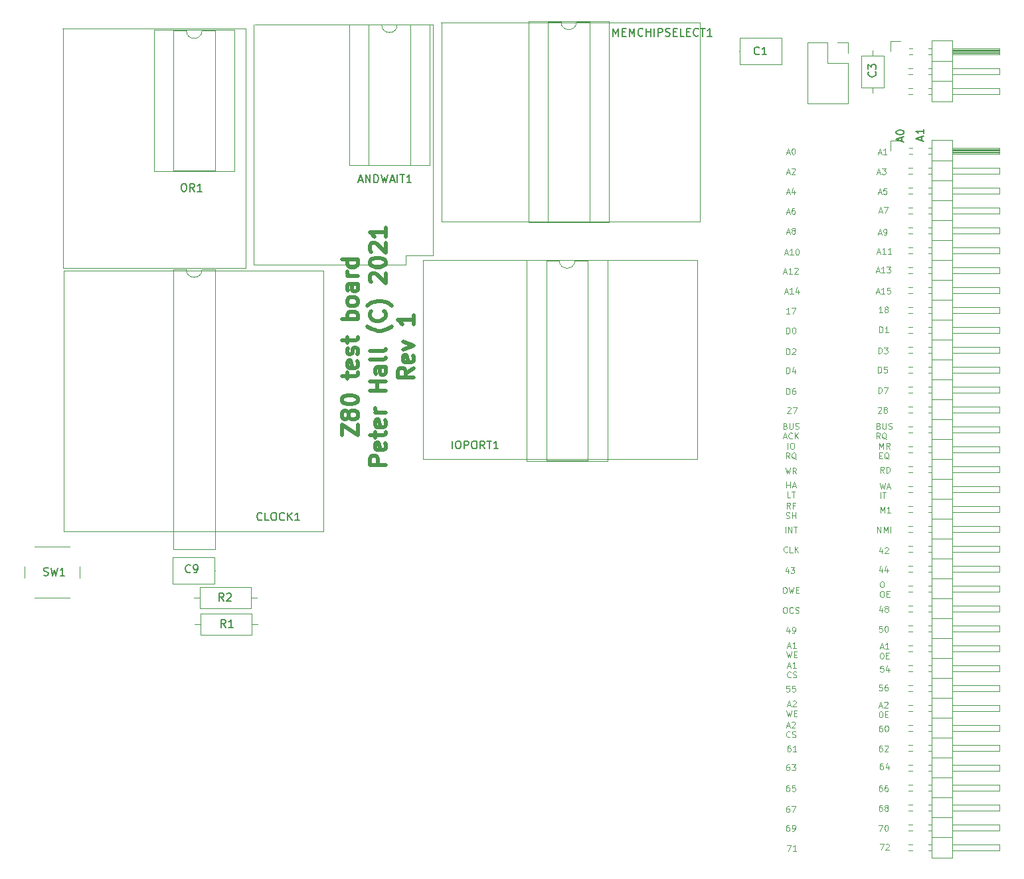
<source format=gbr>
%TF.GenerationSoftware,KiCad,Pcbnew,(5.1.8)-1*%
%TF.CreationDate,2021-01-08T14:24:18-05:00*%
%TF.ProjectId,z80logic,7a38306c-6f67-4696-932e-6b696361645f,1*%
%TF.SameCoordinates,Original*%
%TF.FileFunction,Legend,Top*%
%TF.FilePolarity,Positive*%
%FSLAX46Y46*%
G04 Gerber Fmt 4.6, Leading zero omitted, Abs format (unit mm)*
G04 Created by KiCad (PCBNEW (5.1.8)-1) date 2021-01-08 14:24:18*
%MOMM*%
%LPD*%
G01*
G04 APERTURE LIST*
%ADD10C,0.101600*%
%ADD11C,0.120000*%
%ADD12C,0.150000*%
%ADD13C,0.508000*%
G04 APERTURE END LIST*
D10*
X231085571Y-68099214D02*
X231085571Y-67337214D01*
X231267000Y-67337214D01*
X231375857Y-67373500D01*
X231448428Y-67446071D01*
X231484714Y-67518642D01*
X231521000Y-67663785D01*
X231521000Y-67772642D01*
X231484714Y-67917785D01*
X231448428Y-67990357D01*
X231375857Y-68062928D01*
X231267000Y-68099214D01*
X231085571Y-68099214D01*
X232210428Y-67337214D02*
X231847571Y-67337214D01*
X231811285Y-67700071D01*
X231847571Y-67663785D01*
X231920142Y-67627500D01*
X232101571Y-67627500D01*
X232174142Y-67663785D01*
X232210428Y-67700071D01*
X232246714Y-67772642D01*
X232246714Y-67954071D01*
X232210428Y-68026642D01*
X232174142Y-68062928D01*
X232101571Y-68099214D01*
X231920142Y-68099214D01*
X231847571Y-68062928D01*
X231811285Y-68026642D01*
D11*
X151511000Y-54292500D02*
X151511000Y-23685500D01*
X170878500Y-54292500D02*
X151511000Y-54292500D01*
X170878500Y-53086000D02*
X170878500Y-54292500D01*
X174307500Y-53086000D02*
X170878500Y-53086000D01*
X174307500Y-23685500D02*
X174307500Y-53086000D01*
X151638000Y-23685500D02*
X174307500Y-23685500D01*
X175450500Y-48831500D02*
X175450500Y-23431500D01*
X208343500Y-48831500D02*
X175450500Y-48831500D01*
X208343500Y-23368000D02*
X208343500Y-48831500D01*
X175387000Y-23368000D02*
X208343500Y-23368000D01*
X173101000Y-53721000D02*
X173418500Y-53721000D01*
X173101000Y-79121000D02*
X173101000Y-53721000D01*
X208026000Y-79121000D02*
X173101000Y-79121000D01*
X208026000Y-53721000D02*
X208026000Y-79121000D01*
X173164500Y-53721000D02*
X208026000Y-53721000D01*
X127254000Y-55054500D02*
X127254000Y-88328500D01*
X160401000Y-55054500D02*
X127254000Y-55054500D01*
X160401000Y-88328500D02*
X160401000Y-55054500D01*
X127381000Y-88328500D02*
X160401000Y-88328500D01*
X127190500Y-54737000D02*
X127190500Y-24130000D01*
X150495000Y-54737000D02*
X127190500Y-54737000D01*
X150495000Y-24130000D02*
X150495000Y-54737000D01*
X127063500Y-24130000D02*
X150495000Y-24130000D01*
D10*
X219474142Y-128360714D02*
X219982142Y-128360714D01*
X219655571Y-129122714D01*
X220671571Y-129122714D02*
X220236142Y-129122714D01*
X220453857Y-129122714D02*
X220453857Y-128360714D01*
X220381285Y-128469571D01*
X220308714Y-128542142D01*
X220236142Y-128578428D01*
X219746285Y-125820714D02*
X219601142Y-125820714D01*
X219528571Y-125857000D01*
X219492285Y-125893285D01*
X219419714Y-126002142D01*
X219383428Y-126147285D01*
X219383428Y-126437571D01*
X219419714Y-126510142D01*
X219456000Y-126546428D01*
X219528571Y-126582714D01*
X219673714Y-126582714D01*
X219746285Y-126546428D01*
X219782571Y-126510142D01*
X219818857Y-126437571D01*
X219818857Y-126256142D01*
X219782571Y-126183571D01*
X219746285Y-126147285D01*
X219673714Y-126111000D01*
X219528571Y-126111000D01*
X219456000Y-126147285D01*
X219419714Y-126183571D01*
X219383428Y-126256142D01*
X220181714Y-126582714D02*
X220326857Y-126582714D01*
X220399428Y-126546428D01*
X220435714Y-126510142D01*
X220508285Y-126401285D01*
X220544571Y-126256142D01*
X220544571Y-125965857D01*
X220508285Y-125893285D01*
X220472000Y-125857000D01*
X220399428Y-125820714D01*
X220254285Y-125820714D01*
X220181714Y-125857000D01*
X220145428Y-125893285D01*
X220109142Y-125965857D01*
X220109142Y-126147285D01*
X220145428Y-126219857D01*
X220181714Y-126256142D01*
X220254285Y-126292428D01*
X220399428Y-126292428D01*
X220472000Y-126256142D01*
X220508285Y-126219857D01*
X220544571Y-126147285D01*
X219746285Y-123407714D02*
X219601142Y-123407714D01*
X219528571Y-123444000D01*
X219492285Y-123480285D01*
X219419714Y-123589142D01*
X219383428Y-123734285D01*
X219383428Y-124024571D01*
X219419714Y-124097142D01*
X219456000Y-124133428D01*
X219528571Y-124169714D01*
X219673714Y-124169714D01*
X219746285Y-124133428D01*
X219782571Y-124097142D01*
X219818857Y-124024571D01*
X219818857Y-123843142D01*
X219782571Y-123770571D01*
X219746285Y-123734285D01*
X219673714Y-123698000D01*
X219528571Y-123698000D01*
X219456000Y-123734285D01*
X219419714Y-123770571D01*
X219383428Y-123843142D01*
X220072857Y-123407714D02*
X220580857Y-123407714D01*
X220254285Y-124169714D01*
X219746285Y-120740714D02*
X219601142Y-120740714D01*
X219528571Y-120777000D01*
X219492285Y-120813285D01*
X219419714Y-120922142D01*
X219383428Y-121067285D01*
X219383428Y-121357571D01*
X219419714Y-121430142D01*
X219456000Y-121466428D01*
X219528571Y-121502714D01*
X219673714Y-121502714D01*
X219746285Y-121466428D01*
X219782571Y-121430142D01*
X219818857Y-121357571D01*
X219818857Y-121176142D01*
X219782571Y-121103571D01*
X219746285Y-121067285D01*
X219673714Y-121031000D01*
X219528571Y-121031000D01*
X219456000Y-121067285D01*
X219419714Y-121103571D01*
X219383428Y-121176142D01*
X220508285Y-120740714D02*
X220145428Y-120740714D01*
X220109142Y-121103571D01*
X220145428Y-121067285D01*
X220218000Y-121031000D01*
X220399428Y-121031000D01*
X220472000Y-121067285D01*
X220508285Y-121103571D01*
X220544571Y-121176142D01*
X220544571Y-121357571D01*
X220508285Y-121430142D01*
X220472000Y-121466428D01*
X220399428Y-121502714D01*
X220218000Y-121502714D01*
X220145428Y-121466428D01*
X220109142Y-121430142D01*
X219746285Y-118073714D02*
X219601142Y-118073714D01*
X219528571Y-118110000D01*
X219492285Y-118146285D01*
X219419714Y-118255142D01*
X219383428Y-118400285D01*
X219383428Y-118690571D01*
X219419714Y-118763142D01*
X219456000Y-118799428D01*
X219528571Y-118835714D01*
X219673714Y-118835714D01*
X219746285Y-118799428D01*
X219782571Y-118763142D01*
X219818857Y-118690571D01*
X219818857Y-118509142D01*
X219782571Y-118436571D01*
X219746285Y-118400285D01*
X219673714Y-118364000D01*
X219528571Y-118364000D01*
X219456000Y-118400285D01*
X219419714Y-118436571D01*
X219383428Y-118509142D01*
X220072857Y-118073714D02*
X220544571Y-118073714D01*
X220290571Y-118364000D01*
X220399428Y-118364000D01*
X220472000Y-118400285D01*
X220508285Y-118436571D01*
X220544571Y-118509142D01*
X220544571Y-118690571D01*
X220508285Y-118763142D01*
X220472000Y-118799428D01*
X220399428Y-118835714D01*
X220181714Y-118835714D01*
X220109142Y-118799428D01*
X220072857Y-118763142D01*
X219873285Y-115660714D02*
X219728142Y-115660714D01*
X219655571Y-115697000D01*
X219619285Y-115733285D01*
X219546714Y-115842142D01*
X219510428Y-115987285D01*
X219510428Y-116277571D01*
X219546714Y-116350142D01*
X219583000Y-116386428D01*
X219655571Y-116422714D01*
X219800714Y-116422714D01*
X219873285Y-116386428D01*
X219909571Y-116350142D01*
X219945857Y-116277571D01*
X219945857Y-116096142D01*
X219909571Y-116023571D01*
X219873285Y-115987285D01*
X219800714Y-115951000D01*
X219655571Y-115951000D01*
X219583000Y-115987285D01*
X219546714Y-116023571D01*
X219510428Y-116096142D01*
X220671571Y-116422714D02*
X220236142Y-116422714D01*
X220453857Y-116422714D02*
X220453857Y-115660714D01*
X220381285Y-115769571D01*
X220308714Y-115842142D01*
X220236142Y-115878428D01*
X219419714Y-113169700D02*
X219782571Y-113169700D01*
X219347142Y-113387414D02*
X219601142Y-112625414D01*
X219855142Y-113387414D01*
X220072857Y-112697985D02*
X220109142Y-112661700D01*
X220181714Y-112625414D01*
X220363142Y-112625414D01*
X220435714Y-112661700D01*
X220472000Y-112697985D01*
X220508285Y-112770557D01*
X220508285Y-112843128D01*
X220472000Y-112951985D01*
X220036571Y-113387414D01*
X220508285Y-113387414D01*
X219837000Y-114559442D02*
X219800714Y-114595728D01*
X219691857Y-114632014D01*
X219619285Y-114632014D01*
X219510428Y-114595728D01*
X219437857Y-114523157D01*
X219401571Y-114450585D01*
X219365285Y-114305442D01*
X219365285Y-114196585D01*
X219401571Y-114051442D01*
X219437857Y-113978871D01*
X219510428Y-113906300D01*
X219619285Y-113870014D01*
X219691857Y-113870014D01*
X219800714Y-113906300D01*
X219837000Y-113942585D01*
X220127285Y-114595728D02*
X220236142Y-114632014D01*
X220417571Y-114632014D01*
X220490142Y-114595728D01*
X220526428Y-114559442D01*
X220562714Y-114486871D01*
X220562714Y-114414300D01*
X220526428Y-114341728D01*
X220490142Y-114305442D01*
X220417571Y-114269157D01*
X220272428Y-114232871D01*
X220199857Y-114196585D01*
X220163571Y-114160300D01*
X220127285Y-114087728D01*
X220127285Y-114015157D01*
X220163571Y-113942585D01*
X220199857Y-113906300D01*
X220272428Y-113870014D01*
X220453857Y-113870014D01*
X220562714Y-113906300D01*
X219546714Y-110502700D02*
X219909571Y-110502700D01*
X219474142Y-110720414D02*
X219728142Y-109958414D01*
X219982142Y-110720414D01*
X220199857Y-110030985D02*
X220236142Y-109994700D01*
X220308714Y-109958414D01*
X220490142Y-109958414D01*
X220562714Y-109994700D01*
X220599000Y-110030985D01*
X220635285Y-110103557D01*
X220635285Y-110176128D01*
X220599000Y-110284985D01*
X220163571Y-110720414D01*
X220635285Y-110720414D01*
X219419714Y-111203014D02*
X219601142Y-111965014D01*
X219746285Y-111420728D01*
X219891428Y-111965014D01*
X220072857Y-111203014D01*
X220363142Y-111565871D02*
X220617142Y-111565871D01*
X220726000Y-111965014D02*
X220363142Y-111965014D01*
X220363142Y-111203014D01*
X220726000Y-111203014D01*
X219782571Y-108040714D02*
X219419714Y-108040714D01*
X219383428Y-108403571D01*
X219419714Y-108367285D01*
X219492285Y-108331000D01*
X219673714Y-108331000D01*
X219746285Y-108367285D01*
X219782571Y-108403571D01*
X219818857Y-108476142D01*
X219818857Y-108657571D01*
X219782571Y-108730142D01*
X219746285Y-108766428D01*
X219673714Y-108802714D01*
X219492285Y-108802714D01*
X219419714Y-108766428D01*
X219383428Y-108730142D01*
X220508285Y-108040714D02*
X220145428Y-108040714D01*
X220109142Y-108403571D01*
X220145428Y-108367285D01*
X220218000Y-108331000D01*
X220399428Y-108331000D01*
X220472000Y-108367285D01*
X220508285Y-108403571D01*
X220544571Y-108476142D01*
X220544571Y-108657571D01*
X220508285Y-108730142D01*
X220472000Y-108766428D01*
X220399428Y-108802714D01*
X220218000Y-108802714D01*
X220145428Y-108766428D01*
X220109142Y-108730142D01*
X219546714Y-105549700D02*
X219909571Y-105549700D01*
X219474142Y-105767414D02*
X219728142Y-105005414D01*
X219982142Y-105767414D01*
X220635285Y-105767414D02*
X220199857Y-105767414D01*
X220417571Y-105767414D02*
X220417571Y-105005414D01*
X220345000Y-105114271D01*
X220272428Y-105186842D01*
X220199857Y-105223128D01*
X219964000Y-106939442D02*
X219927714Y-106975728D01*
X219818857Y-107012014D01*
X219746285Y-107012014D01*
X219637428Y-106975728D01*
X219564857Y-106903157D01*
X219528571Y-106830585D01*
X219492285Y-106685442D01*
X219492285Y-106576585D01*
X219528571Y-106431442D01*
X219564857Y-106358871D01*
X219637428Y-106286300D01*
X219746285Y-106250014D01*
X219818857Y-106250014D01*
X219927714Y-106286300D01*
X219964000Y-106322585D01*
X220254285Y-106975728D02*
X220363142Y-107012014D01*
X220544571Y-107012014D01*
X220617142Y-106975728D01*
X220653428Y-106939442D01*
X220689714Y-106866871D01*
X220689714Y-106794300D01*
X220653428Y-106721728D01*
X220617142Y-106685442D01*
X220544571Y-106649157D01*
X220399428Y-106612871D01*
X220326857Y-106576585D01*
X220290571Y-106540300D01*
X220254285Y-106467728D01*
X220254285Y-106395157D01*
X220290571Y-106322585D01*
X220326857Y-106286300D01*
X220399428Y-106250014D01*
X220580857Y-106250014D01*
X220689714Y-106286300D01*
X219546714Y-103009700D02*
X219909571Y-103009700D01*
X219474142Y-103227414D02*
X219728142Y-102465414D01*
X219982142Y-103227414D01*
X220635285Y-103227414D02*
X220199857Y-103227414D01*
X220417571Y-103227414D02*
X220417571Y-102465414D01*
X220345000Y-102574271D01*
X220272428Y-102646842D01*
X220199857Y-102683128D01*
X219419714Y-103710014D02*
X219601142Y-104472014D01*
X219746285Y-103927728D01*
X219891428Y-104472014D01*
X220072857Y-103710014D01*
X220363142Y-104072871D02*
X220617142Y-104072871D01*
X220726000Y-104472014D02*
X220363142Y-104472014D01*
X220363142Y-103710014D01*
X220726000Y-103710014D01*
X219746285Y-100801714D02*
X219746285Y-101309714D01*
X219564857Y-100511428D02*
X219383428Y-101055714D01*
X219855142Y-101055714D01*
X220181714Y-101309714D02*
X220326857Y-101309714D01*
X220399428Y-101273428D01*
X220435714Y-101237142D01*
X220508285Y-101128285D01*
X220544571Y-100983142D01*
X220544571Y-100692857D01*
X220508285Y-100620285D01*
X220472000Y-100584000D01*
X220399428Y-100547714D01*
X220254285Y-100547714D01*
X220181714Y-100584000D01*
X220145428Y-100620285D01*
X220109142Y-100692857D01*
X220109142Y-100874285D01*
X220145428Y-100946857D01*
X220181714Y-100983142D01*
X220254285Y-101019428D01*
X220399428Y-101019428D01*
X220472000Y-100983142D01*
X220508285Y-100946857D01*
X220544571Y-100874285D01*
X219147571Y-98007714D02*
X219292714Y-98007714D01*
X219365285Y-98044000D01*
X219437857Y-98116571D01*
X219474142Y-98261714D01*
X219474142Y-98515714D01*
X219437857Y-98660857D01*
X219365285Y-98733428D01*
X219292714Y-98769714D01*
X219147571Y-98769714D01*
X219075000Y-98733428D01*
X219002428Y-98660857D01*
X218966142Y-98515714D01*
X218966142Y-98261714D01*
X219002428Y-98116571D01*
X219075000Y-98044000D01*
X219147571Y-98007714D01*
X220236142Y-98697142D02*
X220199857Y-98733428D01*
X220091000Y-98769714D01*
X220018428Y-98769714D01*
X219909571Y-98733428D01*
X219837000Y-98660857D01*
X219800714Y-98588285D01*
X219764428Y-98443142D01*
X219764428Y-98334285D01*
X219800714Y-98189142D01*
X219837000Y-98116571D01*
X219909571Y-98044000D01*
X220018428Y-98007714D01*
X220091000Y-98007714D01*
X220199857Y-98044000D01*
X220236142Y-98080285D01*
X220526428Y-98733428D02*
X220635285Y-98769714D01*
X220816714Y-98769714D01*
X220889285Y-98733428D01*
X220925571Y-98697142D01*
X220961857Y-98624571D01*
X220961857Y-98552000D01*
X220925571Y-98479428D01*
X220889285Y-98443142D01*
X220816714Y-98406857D01*
X220671571Y-98370571D01*
X220599000Y-98334285D01*
X220562714Y-98298000D01*
X220526428Y-98225428D01*
X220526428Y-98152857D01*
X220562714Y-98080285D01*
X220599000Y-98044000D01*
X220671571Y-98007714D01*
X220853000Y-98007714D01*
X220961857Y-98044000D01*
X219111285Y-95467714D02*
X219256428Y-95467714D01*
X219329000Y-95504000D01*
X219401571Y-95576571D01*
X219437857Y-95721714D01*
X219437857Y-95975714D01*
X219401571Y-96120857D01*
X219329000Y-96193428D01*
X219256428Y-96229714D01*
X219111285Y-96229714D01*
X219038714Y-96193428D01*
X218966142Y-96120857D01*
X218929857Y-95975714D01*
X218929857Y-95721714D01*
X218966142Y-95576571D01*
X219038714Y-95504000D01*
X219111285Y-95467714D01*
X219691857Y-95467714D02*
X219873285Y-96229714D01*
X220018428Y-95685428D01*
X220163571Y-96229714D01*
X220345000Y-95467714D01*
X220635285Y-95830571D02*
X220889285Y-95830571D01*
X220998142Y-96229714D02*
X220635285Y-96229714D01*
X220635285Y-95467714D01*
X220998142Y-95467714D01*
X219619285Y-93181714D02*
X219619285Y-93689714D01*
X219437857Y-92891428D02*
X219256428Y-93435714D01*
X219728142Y-93435714D01*
X219945857Y-92927714D02*
X220417571Y-92927714D01*
X220163571Y-93218000D01*
X220272428Y-93218000D01*
X220345000Y-93254285D01*
X220381285Y-93290571D01*
X220417571Y-93363142D01*
X220417571Y-93544571D01*
X220381285Y-93617142D01*
X220345000Y-93653428D01*
X220272428Y-93689714D01*
X220054714Y-93689714D01*
X219982142Y-93653428D01*
X219945857Y-93617142D01*
X219510428Y-90950142D02*
X219474142Y-90986428D01*
X219365285Y-91022714D01*
X219292714Y-91022714D01*
X219183857Y-90986428D01*
X219111285Y-90913857D01*
X219075000Y-90841285D01*
X219038714Y-90696142D01*
X219038714Y-90587285D01*
X219075000Y-90442142D01*
X219111285Y-90369571D01*
X219183857Y-90297000D01*
X219292714Y-90260714D01*
X219365285Y-90260714D01*
X219474142Y-90297000D01*
X219510428Y-90333285D01*
X220199857Y-91022714D02*
X219837000Y-91022714D01*
X219837000Y-90260714D01*
X220453857Y-91022714D02*
X220453857Y-90260714D01*
X220889285Y-91022714D02*
X220562714Y-90587285D01*
X220889285Y-90260714D02*
X220453857Y-90696142D01*
X219274571Y-88482714D02*
X219274571Y-87720714D01*
X219637428Y-88482714D02*
X219637428Y-87720714D01*
X220072857Y-88482714D01*
X220072857Y-87720714D01*
X220326857Y-87720714D02*
X220762285Y-87720714D01*
X220544571Y-88482714D02*
X220544571Y-87720714D01*
X219873285Y-85447414D02*
X219619285Y-85084557D01*
X219437857Y-85447414D02*
X219437857Y-84685414D01*
X219728142Y-84685414D01*
X219800714Y-84721700D01*
X219837000Y-84757985D01*
X219873285Y-84830557D01*
X219873285Y-84939414D01*
X219837000Y-85011985D01*
X219800714Y-85048271D01*
X219728142Y-85084557D01*
X219437857Y-85084557D01*
X220453857Y-85048271D02*
X220199857Y-85048271D01*
X220199857Y-85447414D02*
X220199857Y-84685414D01*
X220562714Y-84685414D01*
X219347142Y-86655728D02*
X219456000Y-86692014D01*
X219637428Y-86692014D01*
X219710000Y-86655728D01*
X219746285Y-86619442D01*
X219782571Y-86546871D01*
X219782571Y-86474300D01*
X219746285Y-86401728D01*
X219710000Y-86365442D01*
X219637428Y-86329157D01*
X219492285Y-86292871D01*
X219419714Y-86256585D01*
X219383428Y-86220300D01*
X219347142Y-86147728D01*
X219347142Y-86075157D01*
X219383428Y-86002585D01*
X219419714Y-85966300D01*
X219492285Y-85930014D01*
X219673714Y-85930014D01*
X219782571Y-85966300D01*
X220109142Y-86692014D02*
X220109142Y-85930014D01*
X220109142Y-86292871D02*
X220544571Y-86292871D01*
X220544571Y-86692014D02*
X220544571Y-85930014D01*
X219419714Y-82780414D02*
X219419714Y-82018414D01*
X219419714Y-82381271D02*
X219855142Y-82381271D01*
X219855142Y-82780414D02*
X219855142Y-82018414D01*
X220181714Y-82562700D02*
X220544571Y-82562700D01*
X220109142Y-82780414D02*
X220363142Y-82018414D01*
X220617142Y-82780414D01*
X219909571Y-84025014D02*
X219546714Y-84025014D01*
X219546714Y-83263014D01*
X220054714Y-83263014D02*
X220490142Y-83263014D01*
X220272428Y-84025014D02*
X220272428Y-83263014D01*
X219256428Y-80227714D02*
X219437857Y-80989714D01*
X219583000Y-80445428D01*
X219728142Y-80989714D01*
X219909571Y-80227714D01*
X220635285Y-80989714D02*
X220381285Y-80626857D01*
X220199857Y-80989714D02*
X220199857Y-80227714D01*
X220490142Y-80227714D01*
X220562714Y-80264000D01*
X220599000Y-80300285D01*
X220635285Y-80372857D01*
X220635285Y-80481714D01*
X220599000Y-80554285D01*
X220562714Y-80590571D01*
X220490142Y-80626857D01*
X220199857Y-80626857D01*
X219564857Y-77827414D02*
X219564857Y-77065414D01*
X220072857Y-77065414D02*
X220218000Y-77065414D01*
X220290571Y-77101700D01*
X220363142Y-77174271D01*
X220399428Y-77319414D01*
X220399428Y-77573414D01*
X220363142Y-77718557D01*
X220290571Y-77791128D01*
X220218000Y-77827414D01*
X220072857Y-77827414D01*
X220000285Y-77791128D01*
X219927714Y-77718557D01*
X219891428Y-77573414D01*
X219891428Y-77319414D01*
X219927714Y-77174271D01*
X220000285Y-77101700D01*
X220072857Y-77065414D01*
X219800714Y-79072014D02*
X219546714Y-78709157D01*
X219365285Y-79072014D02*
X219365285Y-78310014D01*
X219655571Y-78310014D01*
X219728142Y-78346300D01*
X219764428Y-78382585D01*
X219800714Y-78455157D01*
X219800714Y-78564014D01*
X219764428Y-78636585D01*
X219728142Y-78672871D01*
X219655571Y-78709157D01*
X219365285Y-78709157D01*
X220635285Y-79144585D02*
X220562714Y-79108300D01*
X220490142Y-79035728D01*
X220381285Y-78926871D01*
X220308714Y-78890585D01*
X220236142Y-78890585D01*
X220272428Y-79072014D02*
X220199857Y-79035728D01*
X220127285Y-78963157D01*
X220091000Y-78818014D01*
X220091000Y-78564014D01*
X220127285Y-78418871D01*
X220199857Y-78346300D01*
X220272428Y-78310014D01*
X220417571Y-78310014D01*
X220490142Y-78346300D01*
X220562714Y-78418871D01*
X220599000Y-78564014D01*
X220599000Y-78818014D01*
X220562714Y-78963157D01*
X220490142Y-79035728D01*
X220417571Y-79072014D01*
X220272428Y-79072014D01*
X219256428Y-74888271D02*
X219365285Y-74924557D01*
X219401571Y-74960842D01*
X219437857Y-75033414D01*
X219437857Y-75142271D01*
X219401571Y-75214842D01*
X219365285Y-75251128D01*
X219292714Y-75287414D01*
X219002428Y-75287414D01*
X219002428Y-74525414D01*
X219256428Y-74525414D01*
X219329000Y-74561700D01*
X219365285Y-74597985D01*
X219401571Y-74670557D01*
X219401571Y-74743128D01*
X219365285Y-74815700D01*
X219329000Y-74851985D01*
X219256428Y-74888271D01*
X219002428Y-74888271D01*
X219764428Y-74525414D02*
X219764428Y-75142271D01*
X219800714Y-75214842D01*
X219837000Y-75251128D01*
X219909571Y-75287414D01*
X220054714Y-75287414D01*
X220127285Y-75251128D01*
X220163571Y-75214842D01*
X220199857Y-75142271D01*
X220199857Y-74525414D01*
X220526428Y-75251128D02*
X220635285Y-75287414D01*
X220816714Y-75287414D01*
X220889285Y-75251128D01*
X220925571Y-75214842D01*
X220961857Y-75142271D01*
X220961857Y-75069700D01*
X220925571Y-74997128D01*
X220889285Y-74960842D01*
X220816714Y-74924557D01*
X220671571Y-74888271D01*
X220599000Y-74851985D01*
X220562714Y-74815700D01*
X220526428Y-74743128D01*
X220526428Y-74670557D01*
X220562714Y-74597985D01*
X220599000Y-74561700D01*
X220671571Y-74525414D01*
X220853000Y-74525414D01*
X220961857Y-74561700D01*
X219020571Y-76314300D02*
X219383428Y-76314300D01*
X218948000Y-76532014D02*
X219202000Y-75770014D01*
X219456000Y-76532014D01*
X220145428Y-76459442D02*
X220109142Y-76495728D01*
X220000285Y-76532014D01*
X219927714Y-76532014D01*
X219818857Y-76495728D01*
X219746285Y-76423157D01*
X219710000Y-76350585D01*
X219673714Y-76205442D01*
X219673714Y-76096585D01*
X219710000Y-75951442D01*
X219746285Y-75878871D01*
X219818857Y-75806300D01*
X219927714Y-75770014D01*
X220000285Y-75770014D01*
X220109142Y-75806300D01*
X220145428Y-75842585D01*
X220472000Y-76532014D02*
X220472000Y-75770014D01*
X220907428Y-76532014D02*
X220580857Y-76096585D01*
X220907428Y-75770014D02*
X220472000Y-76205442D01*
X219510428Y-72553285D02*
X219546714Y-72517000D01*
X219619285Y-72480714D01*
X219800714Y-72480714D01*
X219873285Y-72517000D01*
X219909571Y-72553285D01*
X219945857Y-72625857D01*
X219945857Y-72698428D01*
X219909571Y-72807285D01*
X219474142Y-73242714D01*
X219945857Y-73242714D01*
X220199857Y-72480714D02*
X220707857Y-72480714D01*
X220381285Y-73242714D01*
X219401571Y-70829714D02*
X219401571Y-70067714D01*
X219583000Y-70067714D01*
X219691857Y-70104000D01*
X219764428Y-70176571D01*
X219800714Y-70249142D01*
X219837000Y-70394285D01*
X219837000Y-70503142D01*
X219800714Y-70648285D01*
X219764428Y-70720857D01*
X219691857Y-70793428D01*
X219583000Y-70829714D01*
X219401571Y-70829714D01*
X220490142Y-70067714D02*
X220345000Y-70067714D01*
X220272428Y-70104000D01*
X220236142Y-70140285D01*
X220163571Y-70249142D01*
X220127285Y-70394285D01*
X220127285Y-70684571D01*
X220163571Y-70757142D01*
X220199857Y-70793428D01*
X220272428Y-70829714D01*
X220417571Y-70829714D01*
X220490142Y-70793428D01*
X220526428Y-70757142D01*
X220562714Y-70684571D01*
X220562714Y-70503142D01*
X220526428Y-70430571D01*
X220490142Y-70394285D01*
X220417571Y-70358000D01*
X220272428Y-70358000D01*
X220199857Y-70394285D01*
X220163571Y-70430571D01*
X220127285Y-70503142D01*
X219401571Y-68162714D02*
X219401571Y-67400714D01*
X219583000Y-67400714D01*
X219691857Y-67437000D01*
X219764428Y-67509571D01*
X219800714Y-67582142D01*
X219837000Y-67727285D01*
X219837000Y-67836142D01*
X219800714Y-67981285D01*
X219764428Y-68053857D01*
X219691857Y-68126428D01*
X219583000Y-68162714D01*
X219401571Y-68162714D01*
X220490142Y-67654714D02*
X220490142Y-68162714D01*
X220308714Y-67364428D02*
X220127285Y-67908714D01*
X220599000Y-67908714D01*
X219401571Y-65749714D02*
X219401571Y-64987714D01*
X219583000Y-64987714D01*
X219691857Y-65024000D01*
X219764428Y-65096571D01*
X219800714Y-65169142D01*
X219837000Y-65314285D01*
X219837000Y-65423142D01*
X219800714Y-65568285D01*
X219764428Y-65640857D01*
X219691857Y-65713428D01*
X219583000Y-65749714D01*
X219401571Y-65749714D01*
X220127285Y-65060285D02*
X220163571Y-65024000D01*
X220236142Y-64987714D01*
X220417571Y-64987714D01*
X220490142Y-65024000D01*
X220526428Y-65060285D01*
X220562714Y-65132857D01*
X220562714Y-65205428D01*
X220526428Y-65314285D01*
X220091000Y-65749714D01*
X220562714Y-65749714D01*
X219401571Y-63082714D02*
X219401571Y-62320714D01*
X219583000Y-62320714D01*
X219691857Y-62357000D01*
X219764428Y-62429571D01*
X219800714Y-62502142D01*
X219837000Y-62647285D01*
X219837000Y-62756142D01*
X219800714Y-62901285D01*
X219764428Y-62973857D01*
X219691857Y-63046428D01*
X219583000Y-63082714D01*
X219401571Y-63082714D01*
X220308714Y-62320714D02*
X220381285Y-62320714D01*
X220453857Y-62357000D01*
X220490142Y-62393285D01*
X220526428Y-62465857D01*
X220562714Y-62611000D01*
X220562714Y-62792428D01*
X220526428Y-62937571D01*
X220490142Y-63010142D01*
X220453857Y-63046428D01*
X220381285Y-63082714D01*
X220308714Y-63082714D01*
X220236142Y-63046428D01*
X220199857Y-63010142D01*
X220163571Y-62937571D01*
X220127285Y-62792428D01*
X220127285Y-62611000D01*
X220163571Y-62465857D01*
X220199857Y-62393285D01*
X220236142Y-62357000D01*
X220308714Y-62320714D01*
X219818857Y-60542714D02*
X219383428Y-60542714D01*
X219601142Y-60542714D02*
X219601142Y-59780714D01*
X219528571Y-59889571D01*
X219456000Y-59962142D01*
X219383428Y-59998428D01*
X220072857Y-59780714D02*
X220580857Y-59780714D01*
X220254285Y-60542714D01*
X219183857Y-57785000D02*
X219546714Y-57785000D01*
X219111285Y-58002714D02*
X219365285Y-57240714D01*
X219619285Y-58002714D01*
X220272428Y-58002714D02*
X219837000Y-58002714D01*
X220054714Y-58002714D02*
X220054714Y-57240714D01*
X219982142Y-57349571D01*
X219909571Y-57422142D01*
X219837000Y-57458428D01*
X220925571Y-57494714D02*
X220925571Y-58002714D01*
X220744142Y-57204428D02*
X220562714Y-57748714D01*
X221034428Y-57748714D01*
X219056857Y-55245000D02*
X219419714Y-55245000D01*
X218984285Y-55462714D02*
X219238285Y-54700714D01*
X219492285Y-55462714D01*
X220145428Y-55462714D02*
X219710000Y-55462714D01*
X219927714Y-55462714D02*
X219927714Y-54700714D01*
X219855142Y-54809571D01*
X219782571Y-54882142D01*
X219710000Y-54918428D01*
X220435714Y-54773285D02*
X220472000Y-54737000D01*
X220544571Y-54700714D01*
X220726000Y-54700714D01*
X220798571Y-54737000D01*
X220834857Y-54773285D01*
X220871142Y-54845857D01*
X220871142Y-54918428D01*
X220834857Y-55027285D01*
X220399428Y-55462714D01*
X220871142Y-55462714D01*
X219183857Y-52832000D02*
X219546714Y-52832000D01*
X219111285Y-53049714D02*
X219365285Y-52287714D01*
X219619285Y-53049714D01*
X220272428Y-53049714D02*
X219837000Y-53049714D01*
X220054714Y-53049714D02*
X220054714Y-52287714D01*
X219982142Y-52396571D01*
X219909571Y-52469142D01*
X219837000Y-52505428D01*
X220744142Y-52287714D02*
X220816714Y-52287714D01*
X220889285Y-52324000D01*
X220925571Y-52360285D01*
X220961857Y-52432857D01*
X220998142Y-52578000D01*
X220998142Y-52759428D01*
X220961857Y-52904571D01*
X220925571Y-52977142D01*
X220889285Y-53013428D01*
X220816714Y-53049714D01*
X220744142Y-53049714D01*
X220671571Y-53013428D01*
X220635285Y-52977142D01*
X220599000Y-52904571D01*
X220562714Y-52759428D01*
X220562714Y-52578000D01*
X220599000Y-52432857D01*
X220635285Y-52360285D01*
X220671571Y-52324000D01*
X220744142Y-52287714D01*
X219419714Y-50165000D02*
X219782571Y-50165000D01*
X219347142Y-50382714D02*
X219601142Y-49620714D01*
X219855142Y-50382714D01*
X220218000Y-49947285D02*
X220145428Y-49911000D01*
X220109142Y-49874714D01*
X220072857Y-49802142D01*
X220072857Y-49765857D01*
X220109142Y-49693285D01*
X220145428Y-49657000D01*
X220218000Y-49620714D01*
X220363142Y-49620714D01*
X220435714Y-49657000D01*
X220472000Y-49693285D01*
X220508285Y-49765857D01*
X220508285Y-49802142D01*
X220472000Y-49874714D01*
X220435714Y-49911000D01*
X220363142Y-49947285D01*
X220218000Y-49947285D01*
X220145428Y-49983571D01*
X220109142Y-50019857D01*
X220072857Y-50092428D01*
X220072857Y-50237571D01*
X220109142Y-50310142D01*
X220145428Y-50346428D01*
X220218000Y-50382714D01*
X220363142Y-50382714D01*
X220435714Y-50346428D01*
X220472000Y-50310142D01*
X220508285Y-50237571D01*
X220508285Y-50092428D01*
X220472000Y-50019857D01*
X220435714Y-49983571D01*
X220363142Y-49947285D01*
X219419714Y-47625000D02*
X219782571Y-47625000D01*
X219347142Y-47842714D02*
X219601142Y-47080714D01*
X219855142Y-47842714D01*
X220435714Y-47080714D02*
X220290571Y-47080714D01*
X220218000Y-47117000D01*
X220181714Y-47153285D01*
X220109142Y-47262142D01*
X220072857Y-47407285D01*
X220072857Y-47697571D01*
X220109142Y-47770142D01*
X220145428Y-47806428D01*
X220218000Y-47842714D01*
X220363142Y-47842714D01*
X220435714Y-47806428D01*
X220472000Y-47770142D01*
X220508285Y-47697571D01*
X220508285Y-47516142D01*
X220472000Y-47443571D01*
X220435714Y-47407285D01*
X220363142Y-47371000D01*
X220218000Y-47371000D01*
X220145428Y-47407285D01*
X220109142Y-47443571D01*
X220072857Y-47516142D01*
X219419714Y-45085000D02*
X219782571Y-45085000D01*
X219347142Y-45302714D02*
X219601142Y-44540714D01*
X219855142Y-45302714D01*
X220435714Y-44794714D02*
X220435714Y-45302714D01*
X220254285Y-44504428D02*
X220072857Y-45048714D01*
X220544571Y-45048714D01*
X219419714Y-42545000D02*
X219782571Y-42545000D01*
X219347142Y-42762714D02*
X219601142Y-42000714D01*
X219855142Y-42762714D01*
X220072857Y-42073285D02*
X220109142Y-42037000D01*
X220181714Y-42000714D01*
X220363142Y-42000714D01*
X220435714Y-42037000D01*
X220472000Y-42073285D01*
X220508285Y-42145857D01*
X220508285Y-42218428D01*
X220472000Y-42327285D01*
X220036571Y-42762714D01*
X220508285Y-42762714D01*
X219419714Y-40005000D02*
X219782571Y-40005000D01*
X219347142Y-40222714D02*
X219601142Y-39460714D01*
X219855142Y-40222714D01*
X220254285Y-39460714D02*
X220326857Y-39460714D01*
X220399428Y-39497000D01*
X220435714Y-39533285D01*
X220472000Y-39605857D01*
X220508285Y-39751000D01*
X220508285Y-39932428D01*
X220472000Y-40077571D01*
X220435714Y-40150142D01*
X220399428Y-40186428D01*
X220326857Y-40222714D01*
X220254285Y-40222714D01*
X220181714Y-40186428D01*
X220145428Y-40150142D01*
X220109142Y-40077571D01*
X220072857Y-39932428D01*
X220072857Y-39751000D01*
X220109142Y-39605857D01*
X220145428Y-39533285D01*
X220181714Y-39497000D01*
X220254285Y-39460714D01*
X231285142Y-128233714D02*
X231793142Y-128233714D01*
X231466571Y-128995714D01*
X232047142Y-128306285D02*
X232083428Y-128270000D01*
X232156000Y-128233714D01*
X232337428Y-128233714D01*
X232410000Y-128270000D01*
X232446285Y-128306285D01*
X232482571Y-128378857D01*
X232482571Y-128451428D01*
X232446285Y-128560285D01*
X232010857Y-128995714D01*
X232482571Y-128995714D01*
X231158142Y-125820714D02*
X231666142Y-125820714D01*
X231339571Y-126582714D01*
X232101571Y-125820714D02*
X232174142Y-125820714D01*
X232246714Y-125857000D01*
X232283000Y-125893285D01*
X232319285Y-125965857D01*
X232355571Y-126111000D01*
X232355571Y-126292428D01*
X232319285Y-126437571D01*
X232283000Y-126510142D01*
X232246714Y-126546428D01*
X232174142Y-126582714D01*
X232101571Y-126582714D01*
X232029000Y-126546428D01*
X231992714Y-126510142D01*
X231956428Y-126437571D01*
X231920142Y-126292428D01*
X231920142Y-126111000D01*
X231956428Y-125965857D01*
X231992714Y-125893285D01*
X232029000Y-125857000D01*
X232101571Y-125820714D01*
X231557285Y-123280714D02*
X231412142Y-123280714D01*
X231339571Y-123317000D01*
X231303285Y-123353285D01*
X231230714Y-123462142D01*
X231194428Y-123607285D01*
X231194428Y-123897571D01*
X231230714Y-123970142D01*
X231267000Y-124006428D01*
X231339571Y-124042714D01*
X231484714Y-124042714D01*
X231557285Y-124006428D01*
X231593571Y-123970142D01*
X231629857Y-123897571D01*
X231629857Y-123716142D01*
X231593571Y-123643571D01*
X231557285Y-123607285D01*
X231484714Y-123571000D01*
X231339571Y-123571000D01*
X231267000Y-123607285D01*
X231230714Y-123643571D01*
X231194428Y-123716142D01*
X232065285Y-123607285D02*
X231992714Y-123571000D01*
X231956428Y-123534714D01*
X231920142Y-123462142D01*
X231920142Y-123425857D01*
X231956428Y-123353285D01*
X231992714Y-123317000D01*
X232065285Y-123280714D01*
X232210428Y-123280714D01*
X232283000Y-123317000D01*
X232319285Y-123353285D01*
X232355571Y-123425857D01*
X232355571Y-123462142D01*
X232319285Y-123534714D01*
X232283000Y-123571000D01*
X232210428Y-123607285D01*
X232065285Y-123607285D01*
X231992714Y-123643571D01*
X231956428Y-123679857D01*
X231920142Y-123752428D01*
X231920142Y-123897571D01*
X231956428Y-123970142D01*
X231992714Y-124006428D01*
X232065285Y-124042714D01*
X232210428Y-124042714D01*
X232283000Y-124006428D01*
X232319285Y-123970142D01*
X232355571Y-123897571D01*
X232355571Y-123752428D01*
X232319285Y-123679857D01*
X232283000Y-123643571D01*
X232210428Y-123607285D01*
X231557285Y-120740714D02*
X231412142Y-120740714D01*
X231339571Y-120777000D01*
X231303285Y-120813285D01*
X231230714Y-120922142D01*
X231194428Y-121067285D01*
X231194428Y-121357571D01*
X231230714Y-121430142D01*
X231267000Y-121466428D01*
X231339571Y-121502714D01*
X231484714Y-121502714D01*
X231557285Y-121466428D01*
X231593571Y-121430142D01*
X231629857Y-121357571D01*
X231629857Y-121176142D01*
X231593571Y-121103571D01*
X231557285Y-121067285D01*
X231484714Y-121031000D01*
X231339571Y-121031000D01*
X231267000Y-121067285D01*
X231230714Y-121103571D01*
X231194428Y-121176142D01*
X232283000Y-120740714D02*
X232137857Y-120740714D01*
X232065285Y-120777000D01*
X232029000Y-120813285D01*
X231956428Y-120922142D01*
X231920142Y-121067285D01*
X231920142Y-121357571D01*
X231956428Y-121430142D01*
X231992714Y-121466428D01*
X232065285Y-121502714D01*
X232210428Y-121502714D01*
X232283000Y-121466428D01*
X232319285Y-121430142D01*
X232355571Y-121357571D01*
X232355571Y-121176142D01*
X232319285Y-121103571D01*
X232283000Y-121067285D01*
X232210428Y-121031000D01*
X232065285Y-121031000D01*
X231992714Y-121067285D01*
X231956428Y-121103571D01*
X231920142Y-121176142D01*
X231684285Y-117946714D02*
X231539142Y-117946714D01*
X231466571Y-117983000D01*
X231430285Y-118019285D01*
X231357714Y-118128142D01*
X231321428Y-118273285D01*
X231321428Y-118563571D01*
X231357714Y-118636142D01*
X231394000Y-118672428D01*
X231466571Y-118708714D01*
X231611714Y-118708714D01*
X231684285Y-118672428D01*
X231720571Y-118636142D01*
X231756857Y-118563571D01*
X231756857Y-118382142D01*
X231720571Y-118309571D01*
X231684285Y-118273285D01*
X231611714Y-118237000D01*
X231466571Y-118237000D01*
X231394000Y-118273285D01*
X231357714Y-118309571D01*
X231321428Y-118382142D01*
X232410000Y-118200714D02*
X232410000Y-118708714D01*
X232228571Y-117910428D02*
X232047142Y-118454714D01*
X232518857Y-118454714D01*
X231557285Y-115660714D02*
X231412142Y-115660714D01*
X231339571Y-115697000D01*
X231303285Y-115733285D01*
X231230714Y-115842142D01*
X231194428Y-115987285D01*
X231194428Y-116277571D01*
X231230714Y-116350142D01*
X231267000Y-116386428D01*
X231339571Y-116422714D01*
X231484714Y-116422714D01*
X231557285Y-116386428D01*
X231593571Y-116350142D01*
X231629857Y-116277571D01*
X231629857Y-116096142D01*
X231593571Y-116023571D01*
X231557285Y-115987285D01*
X231484714Y-115951000D01*
X231339571Y-115951000D01*
X231267000Y-115987285D01*
X231230714Y-116023571D01*
X231194428Y-116096142D01*
X231920142Y-115733285D02*
X231956428Y-115697000D01*
X232029000Y-115660714D01*
X232210428Y-115660714D01*
X232283000Y-115697000D01*
X232319285Y-115733285D01*
X232355571Y-115805857D01*
X232355571Y-115878428D01*
X232319285Y-115987285D01*
X231883857Y-116422714D01*
X232355571Y-116422714D01*
X231587040Y-113120714D02*
X231441897Y-113120714D01*
X231369325Y-113157000D01*
X231333040Y-113193285D01*
X231260468Y-113302142D01*
X231224182Y-113447285D01*
X231224182Y-113737571D01*
X231260468Y-113810142D01*
X231296754Y-113846428D01*
X231369325Y-113882714D01*
X231514468Y-113882714D01*
X231587040Y-113846428D01*
X231623325Y-113810142D01*
X231659611Y-113737571D01*
X231659611Y-113556142D01*
X231623325Y-113483571D01*
X231587040Y-113447285D01*
X231514468Y-113411000D01*
X231369325Y-113411000D01*
X231296754Y-113447285D01*
X231260468Y-113483571D01*
X231224182Y-113556142D01*
X232131325Y-113120714D02*
X232203897Y-113120714D01*
X232276468Y-113157000D01*
X232312754Y-113193285D01*
X232349040Y-113265857D01*
X232385325Y-113411000D01*
X232385325Y-113592428D01*
X232349040Y-113737571D01*
X232312754Y-113810142D01*
X232276468Y-113846428D01*
X232203897Y-113882714D01*
X232131325Y-113882714D01*
X232058754Y-113846428D01*
X232022468Y-113810142D01*
X231986182Y-113737571D01*
X231949897Y-113592428D01*
X231949897Y-113411000D01*
X231986182Y-113265857D01*
X232022468Y-113193285D01*
X232058754Y-113157000D01*
X232131325Y-113120714D01*
X231224182Y-110629700D02*
X231587040Y-110629700D01*
X231151611Y-110847414D02*
X231405611Y-110085414D01*
X231659611Y-110847414D01*
X231877325Y-110157985D02*
X231913611Y-110121700D01*
X231986182Y-110085414D01*
X232167611Y-110085414D01*
X232240182Y-110121700D01*
X232276468Y-110157985D01*
X232312754Y-110230557D01*
X232312754Y-110303128D01*
X232276468Y-110411985D01*
X231841040Y-110847414D01*
X232312754Y-110847414D01*
X231405611Y-111330014D02*
X231478182Y-111330014D01*
X231550754Y-111366300D01*
X231587040Y-111402585D01*
X231623325Y-111475157D01*
X231659611Y-111620300D01*
X231659611Y-111801728D01*
X231623325Y-111946871D01*
X231587040Y-112019442D01*
X231550754Y-112055728D01*
X231478182Y-112092014D01*
X231405611Y-112092014D01*
X231333040Y-112055728D01*
X231296754Y-112019442D01*
X231260468Y-111946871D01*
X231224182Y-111801728D01*
X231224182Y-111620300D01*
X231260468Y-111475157D01*
X231296754Y-111402585D01*
X231333040Y-111366300D01*
X231405611Y-111330014D01*
X231986182Y-111692871D02*
X232240182Y-111692871D01*
X232349040Y-112092014D02*
X231986182Y-112092014D01*
X231986182Y-111330014D01*
X232349040Y-111330014D01*
X231593571Y-107913714D02*
X231230714Y-107913714D01*
X231194428Y-108276571D01*
X231230714Y-108240285D01*
X231303285Y-108204000D01*
X231484714Y-108204000D01*
X231557285Y-108240285D01*
X231593571Y-108276571D01*
X231629857Y-108349142D01*
X231629857Y-108530571D01*
X231593571Y-108603142D01*
X231557285Y-108639428D01*
X231484714Y-108675714D01*
X231303285Y-108675714D01*
X231230714Y-108639428D01*
X231194428Y-108603142D01*
X232283000Y-107913714D02*
X232137857Y-107913714D01*
X232065285Y-107950000D01*
X232029000Y-107986285D01*
X231956428Y-108095142D01*
X231920142Y-108240285D01*
X231920142Y-108530571D01*
X231956428Y-108603142D01*
X231992714Y-108639428D01*
X232065285Y-108675714D01*
X232210428Y-108675714D01*
X232283000Y-108639428D01*
X232319285Y-108603142D01*
X232355571Y-108530571D01*
X232355571Y-108349142D01*
X232319285Y-108276571D01*
X232283000Y-108240285D01*
X232210428Y-108204000D01*
X232065285Y-108204000D01*
X231992714Y-108240285D01*
X231956428Y-108276571D01*
X231920142Y-108349142D01*
X231750325Y-105500714D02*
X231387468Y-105500714D01*
X231351182Y-105863571D01*
X231387468Y-105827285D01*
X231460040Y-105791000D01*
X231641468Y-105791000D01*
X231714040Y-105827285D01*
X231750325Y-105863571D01*
X231786611Y-105936142D01*
X231786611Y-106117571D01*
X231750325Y-106190142D01*
X231714040Y-106226428D01*
X231641468Y-106262714D01*
X231460040Y-106262714D01*
X231387468Y-106226428D01*
X231351182Y-106190142D01*
X232439754Y-105754714D02*
X232439754Y-106262714D01*
X232258325Y-105464428D02*
X232076897Y-106008714D01*
X232548611Y-106008714D01*
X231351182Y-103136700D02*
X231714040Y-103136700D01*
X231278611Y-103354414D02*
X231532611Y-102592414D01*
X231786611Y-103354414D01*
X232439754Y-103354414D02*
X232004325Y-103354414D01*
X232222040Y-103354414D02*
X232222040Y-102592414D01*
X232149468Y-102701271D01*
X232076897Y-102773842D01*
X232004325Y-102810128D01*
X231532611Y-103837014D02*
X231605182Y-103837014D01*
X231677754Y-103873300D01*
X231714040Y-103909585D01*
X231750325Y-103982157D01*
X231786611Y-104127300D01*
X231786611Y-104308728D01*
X231750325Y-104453871D01*
X231714040Y-104526442D01*
X231677754Y-104562728D01*
X231605182Y-104599014D01*
X231532611Y-104599014D01*
X231460040Y-104562728D01*
X231423754Y-104526442D01*
X231387468Y-104453871D01*
X231351182Y-104308728D01*
X231351182Y-104127300D01*
X231387468Y-103982157D01*
X231423754Y-103909585D01*
X231460040Y-103873300D01*
X231532611Y-103837014D01*
X232113182Y-104199871D02*
X232367182Y-104199871D01*
X232476040Y-104599014D02*
X232113182Y-104599014D01*
X232113182Y-103837014D01*
X232476040Y-103837014D01*
X231593571Y-100420714D02*
X231230714Y-100420714D01*
X231194428Y-100783571D01*
X231230714Y-100747285D01*
X231303285Y-100711000D01*
X231484714Y-100711000D01*
X231557285Y-100747285D01*
X231593571Y-100783571D01*
X231629857Y-100856142D01*
X231629857Y-101037571D01*
X231593571Y-101110142D01*
X231557285Y-101146428D01*
X231484714Y-101182714D01*
X231303285Y-101182714D01*
X231230714Y-101146428D01*
X231194428Y-101110142D01*
X232101571Y-100420714D02*
X232174142Y-100420714D01*
X232246714Y-100457000D01*
X232283000Y-100493285D01*
X232319285Y-100565857D01*
X232355571Y-100711000D01*
X232355571Y-100892428D01*
X232319285Y-101037571D01*
X232283000Y-101110142D01*
X232246714Y-101146428D01*
X232174142Y-101182714D01*
X232101571Y-101182714D01*
X232029000Y-101146428D01*
X231992714Y-101110142D01*
X231956428Y-101037571D01*
X231920142Y-100892428D01*
X231920142Y-100711000D01*
X231956428Y-100565857D01*
X231992714Y-100493285D01*
X232029000Y-100457000D01*
X232101571Y-100420714D01*
X231587040Y-98134714D02*
X231587040Y-98642714D01*
X231405611Y-97844428D02*
X231224182Y-98388714D01*
X231695897Y-98388714D01*
X232095040Y-98207285D02*
X232022468Y-98171000D01*
X231986182Y-98134714D01*
X231949897Y-98062142D01*
X231949897Y-98025857D01*
X231986182Y-97953285D01*
X232022468Y-97917000D01*
X232095040Y-97880714D01*
X232240182Y-97880714D01*
X232312754Y-97917000D01*
X232349040Y-97953285D01*
X232385325Y-98025857D01*
X232385325Y-98062142D01*
X232349040Y-98134714D01*
X232312754Y-98171000D01*
X232240182Y-98207285D01*
X232095040Y-98207285D01*
X232022468Y-98243571D01*
X231986182Y-98279857D01*
X231949897Y-98352428D01*
X231949897Y-98497571D01*
X231986182Y-98570142D01*
X232022468Y-98606428D01*
X232095040Y-98642714D01*
X232240182Y-98642714D01*
X232312754Y-98606428D01*
X232349040Y-98570142D01*
X232385325Y-98497571D01*
X232385325Y-98352428D01*
X232349040Y-98279857D01*
X232312754Y-98243571D01*
X232240182Y-98207285D01*
X231532611Y-94718414D02*
X231677754Y-94718414D01*
X231750325Y-94754700D01*
X231822897Y-94827271D01*
X231859182Y-94972414D01*
X231859182Y-95226414D01*
X231822897Y-95371557D01*
X231750325Y-95444128D01*
X231677754Y-95480414D01*
X231532611Y-95480414D01*
X231460040Y-95444128D01*
X231387468Y-95371557D01*
X231351182Y-95226414D01*
X231351182Y-94972414D01*
X231387468Y-94827271D01*
X231460040Y-94754700D01*
X231532611Y-94718414D01*
X231532611Y-95963014D02*
X231677754Y-95963014D01*
X231750325Y-95999300D01*
X231822897Y-96071871D01*
X231859182Y-96217014D01*
X231859182Y-96471014D01*
X231822897Y-96616157D01*
X231750325Y-96688728D01*
X231677754Y-96725014D01*
X231532611Y-96725014D01*
X231460040Y-96688728D01*
X231387468Y-96616157D01*
X231351182Y-96471014D01*
X231351182Y-96217014D01*
X231387468Y-96071871D01*
X231460040Y-95999300D01*
X231532611Y-95963014D01*
X232185754Y-96325871D02*
X232439754Y-96325871D01*
X232548611Y-96725014D02*
X232185754Y-96725014D01*
X232185754Y-95963014D01*
X232548611Y-95963014D01*
X231557285Y-93054714D02*
X231557285Y-93562714D01*
X231375857Y-92764428D02*
X231194428Y-93308714D01*
X231666142Y-93308714D01*
X232283000Y-93054714D02*
X232283000Y-93562714D01*
X232101571Y-92764428D02*
X231920142Y-93308714D01*
X232391857Y-93308714D01*
X231587040Y-90641714D02*
X231587040Y-91149714D01*
X231405611Y-90351428D02*
X231224182Y-90895714D01*
X231695897Y-90895714D01*
X231949897Y-90460285D02*
X231986182Y-90424000D01*
X232058754Y-90387714D01*
X232240182Y-90387714D01*
X232312754Y-90424000D01*
X232349040Y-90460285D01*
X232385325Y-90532857D01*
X232385325Y-90605428D01*
X232349040Y-90714285D01*
X231913611Y-91149714D01*
X232385325Y-91149714D01*
X231006468Y-88482714D02*
X231006468Y-87720714D01*
X231441897Y-88482714D01*
X231441897Y-87720714D01*
X231804754Y-88482714D02*
X231804754Y-87720714D01*
X232058754Y-88265000D01*
X232312754Y-87720714D01*
X232312754Y-88482714D01*
X232675611Y-88482714D02*
X232675611Y-87720714D01*
X231387468Y-85942714D02*
X231387468Y-85180714D01*
X231641468Y-85725000D01*
X231895468Y-85180714D01*
X231895468Y-85942714D01*
X232657468Y-85942714D02*
X232222040Y-85942714D01*
X232439754Y-85942714D02*
X232439754Y-85180714D01*
X232367182Y-85289571D01*
X232294611Y-85362142D01*
X232222040Y-85398428D01*
X231314897Y-82145414D02*
X231496325Y-82907414D01*
X231641468Y-82363128D01*
X231786611Y-82907414D01*
X231968040Y-82145414D01*
X232222040Y-82689700D02*
X232584897Y-82689700D01*
X232149468Y-82907414D02*
X232403468Y-82145414D01*
X232657468Y-82907414D01*
X231387468Y-84152014D02*
X231387468Y-83390014D01*
X231641468Y-83390014D02*
X232076897Y-83390014D01*
X231859182Y-84152014D02*
X231859182Y-83390014D01*
X231822897Y-80862714D02*
X231568897Y-80499857D01*
X231387468Y-80862714D02*
X231387468Y-80100714D01*
X231677754Y-80100714D01*
X231750325Y-80137000D01*
X231786611Y-80173285D01*
X231822897Y-80245857D01*
X231822897Y-80354714D01*
X231786611Y-80427285D01*
X231750325Y-80463571D01*
X231677754Y-80499857D01*
X231387468Y-80499857D01*
X232149468Y-80862714D02*
X232149468Y-80100714D01*
X232330897Y-80100714D01*
X232439754Y-80137000D01*
X232512325Y-80209571D01*
X232548611Y-80282142D01*
X232584897Y-80427285D01*
X232584897Y-80536142D01*
X232548611Y-80681285D01*
X232512325Y-80753857D01*
X232439754Y-80826428D01*
X232330897Y-80862714D01*
X232149468Y-80862714D01*
X231260468Y-77827414D02*
X231260468Y-77065414D01*
X231514468Y-77609700D01*
X231768468Y-77065414D01*
X231768468Y-77827414D01*
X232566754Y-77827414D02*
X232312754Y-77464557D01*
X232131325Y-77827414D02*
X232131325Y-77065414D01*
X232421611Y-77065414D01*
X232494182Y-77101700D01*
X232530468Y-77137985D01*
X232566754Y-77210557D01*
X232566754Y-77319414D01*
X232530468Y-77391985D01*
X232494182Y-77428271D01*
X232421611Y-77464557D01*
X232131325Y-77464557D01*
X231260468Y-78672871D02*
X231514468Y-78672871D01*
X231623325Y-79072014D02*
X231260468Y-79072014D01*
X231260468Y-78310014D01*
X231623325Y-78310014D01*
X232457897Y-79144585D02*
X232385325Y-79108300D01*
X232312754Y-79035728D01*
X232203897Y-78926871D01*
X232131325Y-78890585D01*
X232058754Y-78890585D01*
X232095040Y-79072014D02*
X232022468Y-79035728D01*
X231949897Y-78963157D01*
X231913611Y-78818014D01*
X231913611Y-78564014D01*
X231949897Y-78418871D01*
X232022468Y-78346300D01*
X232095040Y-78310014D01*
X232240182Y-78310014D01*
X232312754Y-78346300D01*
X232385325Y-78418871D01*
X232421611Y-78564014D01*
X232421611Y-78818014D01*
X232385325Y-78963157D01*
X232312754Y-79035728D01*
X232240182Y-79072014D01*
X232095040Y-79072014D01*
X231133468Y-74888271D02*
X231242325Y-74924557D01*
X231278611Y-74960842D01*
X231314897Y-75033414D01*
X231314897Y-75142271D01*
X231278611Y-75214842D01*
X231242325Y-75251128D01*
X231169754Y-75287414D01*
X230879468Y-75287414D01*
X230879468Y-74525414D01*
X231133468Y-74525414D01*
X231206040Y-74561700D01*
X231242325Y-74597985D01*
X231278611Y-74670557D01*
X231278611Y-74743128D01*
X231242325Y-74815700D01*
X231206040Y-74851985D01*
X231133468Y-74888271D01*
X230879468Y-74888271D01*
X231641468Y-74525414D02*
X231641468Y-75142271D01*
X231677754Y-75214842D01*
X231714040Y-75251128D01*
X231786611Y-75287414D01*
X231931754Y-75287414D01*
X232004325Y-75251128D01*
X232040611Y-75214842D01*
X232076897Y-75142271D01*
X232076897Y-74525414D01*
X232403468Y-75251128D02*
X232512325Y-75287414D01*
X232693754Y-75287414D01*
X232766325Y-75251128D01*
X232802611Y-75214842D01*
X232838897Y-75142271D01*
X232838897Y-75069700D01*
X232802611Y-74997128D01*
X232766325Y-74960842D01*
X232693754Y-74924557D01*
X232548611Y-74888271D01*
X232476040Y-74851985D01*
X232439754Y-74815700D01*
X232403468Y-74743128D01*
X232403468Y-74670557D01*
X232439754Y-74597985D01*
X232476040Y-74561700D01*
X232548611Y-74525414D01*
X232730040Y-74525414D01*
X232838897Y-74561700D01*
X231314897Y-76532014D02*
X231060897Y-76169157D01*
X230879468Y-76532014D02*
X230879468Y-75770014D01*
X231169754Y-75770014D01*
X231242325Y-75806300D01*
X231278611Y-75842585D01*
X231314897Y-75915157D01*
X231314897Y-76024014D01*
X231278611Y-76096585D01*
X231242325Y-76132871D01*
X231169754Y-76169157D01*
X230879468Y-76169157D01*
X232149468Y-76604585D02*
X232076897Y-76568300D01*
X232004325Y-76495728D01*
X231895468Y-76386871D01*
X231822897Y-76350585D01*
X231750325Y-76350585D01*
X231786611Y-76532014D02*
X231714040Y-76495728D01*
X231641468Y-76423157D01*
X231605182Y-76278014D01*
X231605182Y-76024014D01*
X231641468Y-75878871D01*
X231714040Y-75806300D01*
X231786611Y-75770014D01*
X231931754Y-75770014D01*
X232004325Y-75806300D01*
X232076897Y-75878871D01*
X232113182Y-76024014D01*
X232113182Y-76278014D01*
X232076897Y-76423157D01*
X232004325Y-76495728D01*
X231931754Y-76532014D01*
X231786611Y-76532014D01*
X231067428Y-72553285D02*
X231103714Y-72517000D01*
X231176285Y-72480714D01*
X231357714Y-72480714D01*
X231430285Y-72517000D01*
X231466571Y-72553285D01*
X231502857Y-72625857D01*
X231502857Y-72698428D01*
X231466571Y-72807285D01*
X231031142Y-73242714D01*
X231502857Y-73242714D01*
X231938285Y-72807285D02*
X231865714Y-72771000D01*
X231829428Y-72734714D01*
X231793142Y-72662142D01*
X231793142Y-72625857D01*
X231829428Y-72553285D01*
X231865714Y-72517000D01*
X231938285Y-72480714D01*
X232083428Y-72480714D01*
X232156000Y-72517000D01*
X232192285Y-72553285D01*
X232228571Y-72625857D01*
X232228571Y-72662142D01*
X232192285Y-72734714D01*
X232156000Y-72771000D01*
X232083428Y-72807285D01*
X231938285Y-72807285D01*
X231865714Y-72843571D01*
X231829428Y-72879857D01*
X231793142Y-72952428D01*
X231793142Y-73097571D01*
X231829428Y-73170142D01*
X231865714Y-73206428D01*
X231938285Y-73242714D01*
X232083428Y-73242714D01*
X232156000Y-73206428D01*
X232192285Y-73170142D01*
X232228571Y-73097571D01*
X232228571Y-72952428D01*
X232192285Y-72879857D01*
X232156000Y-72843571D01*
X232083428Y-72807285D01*
X231133468Y-70702714D02*
X231133468Y-69940714D01*
X231314897Y-69940714D01*
X231423754Y-69977000D01*
X231496325Y-70049571D01*
X231532611Y-70122142D01*
X231568897Y-70267285D01*
X231568897Y-70376142D01*
X231532611Y-70521285D01*
X231496325Y-70593857D01*
X231423754Y-70666428D01*
X231314897Y-70702714D01*
X231133468Y-70702714D01*
X231822897Y-69940714D02*
X232330897Y-69940714D01*
X232004325Y-70702714D01*
X231133468Y-65622714D02*
X231133468Y-64860714D01*
X231314897Y-64860714D01*
X231423754Y-64897000D01*
X231496325Y-64969571D01*
X231532611Y-65042142D01*
X231568897Y-65187285D01*
X231568897Y-65296142D01*
X231532611Y-65441285D01*
X231496325Y-65513857D01*
X231423754Y-65586428D01*
X231314897Y-65622714D01*
X231133468Y-65622714D01*
X231822897Y-64860714D02*
X232294611Y-64860714D01*
X232040611Y-65151000D01*
X232149468Y-65151000D01*
X232222040Y-65187285D01*
X232258325Y-65223571D01*
X232294611Y-65296142D01*
X232294611Y-65477571D01*
X232258325Y-65550142D01*
X232222040Y-65586428D01*
X232149468Y-65622714D01*
X231931754Y-65622714D01*
X231859182Y-65586428D01*
X231822897Y-65550142D01*
X231260468Y-62955714D02*
X231260468Y-62193714D01*
X231441897Y-62193714D01*
X231550754Y-62230000D01*
X231623325Y-62302571D01*
X231659611Y-62375142D01*
X231695897Y-62520285D01*
X231695897Y-62629142D01*
X231659611Y-62774285D01*
X231623325Y-62846857D01*
X231550754Y-62919428D01*
X231441897Y-62955714D01*
X231260468Y-62955714D01*
X232421611Y-62955714D02*
X231986182Y-62955714D01*
X232203897Y-62955714D02*
X232203897Y-62193714D01*
X232131325Y-62302571D01*
X232058754Y-62375142D01*
X231986182Y-62411428D01*
X231629857Y-60415714D02*
X231194428Y-60415714D01*
X231412142Y-60415714D02*
X231412142Y-59653714D01*
X231339571Y-59762571D01*
X231267000Y-59835142D01*
X231194428Y-59871428D01*
X232065285Y-59980285D02*
X231992714Y-59944000D01*
X231956428Y-59907714D01*
X231920142Y-59835142D01*
X231920142Y-59798857D01*
X231956428Y-59726285D01*
X231992714Y-59690000D01*
X232065285Y-59653714D01*
X232210428Y-59653714D01*
X232283000Y-59690000D01*
X232319285Y-59726285D01*
X232355571Y-59798857D01*
X232355571Y-59835142D01*
X232319285Y-59907714D01*
X232283000Y-59944000D01*
X232210428Y-59980285D01*
X232065285Y-59980285D01*
X231992714Y-60016571D01*
X231956428Y-60052857D01*
X231920142Y-60125428D01*
X231920142Y-60270571D01*
X231956428Y-60343142D01*
X231992714Y-60379428D01*
X232065285Y-60415714D01*
X232210428Y-60415714D01*
X232283000Y-60379428D01*
X232319285Y-60343142D01*
X232355571Y-60270571D01*
X232355571Y-60125428D01*
X232319285Y-60052857D01*
X232283000Y-60016571D01*
X232210428Y-59980285D01*
X230843182Y-57785000D02*
X231206040Y-57785000D01*
X230770611Y-58002714D02*
X231024611Y-57240714D01*
X231278611Y-58002714D01*
X231931754Y-58002714D02*
X231496325Y-58002714D01*
X231714040Y-58002714D02*
X231714040Y-57240714D01*
X231641468Y-57349571D01*
X231568897Y-57422142D01*
X231496325Y-57458428D01*
X232621182Y-57240714D02*
X232258325Y-57240714D01*
X232222040Y-57603571D01*
X232258325Y-57567285D01*
X232330897Y-57531000D01*
X232512325Y-57531000D01*
X232584897Y-57567285D01*
X232621182Y-57603571D01*
X232657468Y-57676142D01*
X232657468Y-57857571D01*
X232621182Y-57930142D01*
X232584897Y-57966428D01*
X232512325Y-58002714D01*
X232330897Y-58002714D01*
X232258325Y-57966428D01*
X232222040Y-57930142D01*
X230843182Y-55118000D02*
X231206040Y-55118000D01*
X230770611Y-55335714D02*
X231024611Y-54573714D01*
X231278611Y-55335714D01*
X231931754Y-55335714D02*
X231496325Y-55335714D01*
X231714040Y-55335714D02*
X231714040Y-54573714D01*
X231641468Y-54682571D01*
X231568897Y-54755142D01*
X231496325Y-54791428D01*
X232185754Y-54573714D02*
X232657468Y-54573714D01*
X232403468Y-54864000D01*
X232512325Y-54864000D01*
X232584897Y-54900285D01*
X232621182Y-54936571D01*
X232657468Y-55009142D01*
X232657468Y-55190571D01*
X232621182Y-55263142D01*
X232584897Y-55299428D01*
X232512325Y-55335714D01*
X232294611Y-55335714D01*
X232222040Y-55299428D01*
X232185754Y-55263142D01*
X230970182Y-52705000D02*
X231333040Y-52705000D01*
X230897611Y-52922714D02*
X231151611Y-52160714D01*
X231405611Y-52922714D01*
X232058754Y-52922714D02*
X231623325Y-52922714D01*
X231841040Y-52922714D02*
X231841040Y-52160714D01*
X231768468Y-52269571D01*
X231695897Y-52342142D01*
X231623325Y-52378428D01*
X232784468Y-52922714D02*
X232349040Y-52922714D01*
X232566754Y-52922714D02*
X232566754Y-52160714D01*
X232494182Y-52269571D01*
X232421611Y-52342142D01*
X232349040Y-52378428D01*
X231097182Y-50292000D02*
X231460040Y-50292000D01*
X231024611Y-50509714D02*
X231278611Y-49747714D01*
X231532611Y-50509714D01*
X231822897Y-50509714D02*
X231968040Y-50509714D01*
X232040611Y-50473428D01*
X232076897Y-50437142D01*
X232149468Y-50328285D01*
X232185754Y-50183142D01*
X232185754Y-49892857D01*
X232149468Y-49820285D01*
X232113182Y-49784000D01*
X232040611Y-49747714D01*
X231895468Y-49747714D01*
X231822897Y-49784000D01*
X231786611Y-49820285D01*
X231750325Y-49892857D01*
X231750325Y-50074285D01*
X231786611Y-50146857D01*
X231822897Y-50183142D01*
X231895468Y-50219428D01*
X232040611Y-50219428D01*
X232113182Y-50183142D01*
X232149468Y-50146857D01*
X232185754Y-50074285D01*
X231224182Y-47498000D02*
X231587040Y-47498000D01*
X231151611Y-47715714D02*
X231405611Y-46953714D01*
X231659611Y-47715714D01*
X231841040Y-46953714D02*
X232349040Y-46953714D01*
X232022468Y-47715714D01*
X231097182Y-45085000D02*
X231460040Y-45085000D01*
X231024611Y-45302714D02*
X231278611Y-44540714D01*
X231532611Y-45302714D01*
X232149468Y-44540714D02*
X231786611Y-44540714D01*
X231750325Y-44903571D01*
X231786611Y-44867285D01*
X231859182Y-44831000D01*
X232040611Y-44831000D01*
X232113182Y-44867285D01*
X232149468Y-44903571D01*
X232185754Y-44976142D01*
X232185754Y-45157571D01*
X232149468Y-45230142D01*
X232113182Y-45266428D01*
X232040611Y-45302714D01*
X231859182Y-45302714D01*
X231786611Y-45266428D01*
X231750325Y-45230142D01*
X230970182Y-42545000D02*
X231333040Y-42545000D01*
X230897611Y-42762714D02*
X231151611Y-42000714D01*
X231405611Y-42762714D01*
X231587040Y-42000714D02*
X232058754Y-42000714D01*
X231804754Y-42291000D01*
X231913611Y-42291000D01*
X231986182Y-42327285D01*
X232022468Y-42363571D01*
X232058754Y-42436142D01*
X232058754Y-42617571D01*
X232022468Y-42690142D01*
X231986182Y-42726428D01*
X231913611Y-42762714D01*
X231695897Y-42762714D01*
X231623325Y-42726428D01*
X231587040Y-42690142D01*
X231097182Y-40005000D02*
X231460040Y-40005000D01*
X231024611Y-40222714D02*
X231278611Y-39460714D01*
X231532611Y-40222714D01*
X232185754Y-40222714D02*
X231750325Y-40222714D01*
X231968040Y-40222714D02*
X231968040Y-39460714D01*
X231895468Y-39569571D01*
X231822897Y-39642142D01*
X231750325Y-39678428D01*
D12*
X236640666Y-38433285D02*
X236640666Y-37957095D01*
X236926380Y-38528523D02*
X235926380Y-38195190D01*
X236926380Y-37861857D01*
X236926380Y-37004714D02*
X236926380Y-37576142D01*
X236926380Y-37290428D02*
X235926380Y-37290428D01*
X236069238Y-37385666D01*
X236164476Y-37480904D01*
X236212095Y-37576142D01*
X234100666Y-38560285D02*
X234100666Y-38084095D01*
X234386380Y-38655523D02*
X233386380Y-38322190D01*
X234386380Y-37988857D01*
X233386380Y-37465047D02*
X233386380Y-37369809D01*
X233434000Y-37274571D01*
X233481619Y-37226952D01*
X233576857Y-37179333D01*
X233767333Y-37131714D01*
X234005428Y-37131714D01*
X234195904Y-37179333D01*
X234291142Y-37226952D01*
X234338761Y-37274571D01*
X234386380Y-37369809D01*
X234386380Y-37465047D01*
X234338761Y-37560285D01*
X234291142Y-37607904D01*
X234195904Y-37655523D01*
X234005428Y-37703142D01*
X233767333Y-37703142D01*
X233576857Y-37655523D01*
X233481619Y-37607904D01*
X233434000Y-37560285D01*
X233386380Y-37465047D01*
D13*
X162717238Y-76091142D02*
X162717238Y-74736476D01*
X164749238Y-76091142D01*
X164749238Y-74736476D01*
X163588095Y-73672095D02*
X163491333Y-73865619D01*
X163394571Y-73962380D01*
X163201047Y-74059142D01*
X163104285Y-74059142D01*
X162910761Y-73962380D01*
X162814000Y-73865619D01*
X162717238Y-73672095D01*
X162717238Y-73285047D01*
X162814000Y-73091523D01*
X162910761Y-72994761D01*
X163104285Y-72898000D01*
X163201047Y-72898000D01*
X163394571Y-72994761D01*
X163491333Y-73091523D01*
X163588095Y-73285047D01*
X163588095Y-73672095D01*
X163684857Y-73865619D01*
X163781619Y-73962380D01*
X163975142Y-74059142D01*
X164362190Y-74059142D01*
X164555714Y-73962380D01*
X164652476Y-73865619D01*
X164749238Y-73672095D01*
X164749238Y-73285047D01*
X164652476Y-73091523D01*
X164555714Y-72994761D01*
X164362190Y-72898000D01*
X163975142Y-72898000D01*
X163781619Y-72994761D01*
X163684857Y-73091523D01*
X163588095Y-73285047D01*
X162717238Y-71640095D02*
X162717238Y-71446571D01*
X162814000Y-71253047D01*
X162910761Y-71156285D01*
X163104285Y-71059523D01*
X163491333Y-70962761D01*
X163975142Y-70962761D01*
X164362190Y-71059523D01*
X164555714Y-71156285D01*
X164652476Y-71253047D01*
X164749238Y-71446571D01*
X164749238Y-71640095D01*
X164652476Y-71833619D01*
X164555714Y-71930380D01*
X164362190Y-72027142D01*
X163975142Y-72123904D01*
X163491333Y-72123904D01*
X163104285Y-72027142D01*
X162910761Y-71930380D01*
X162814000Y-71833619D01*
X162717238Y-71640095D01*
X163394571Y-68834000D02*
X163394571Y-68059904D01*
X162717238Y-68543714D02*
X164458952Y-68543714D01*
X164652476Y-68446952D01*
X164749238Y-68253428D01*
X164749238Y-68059904D01*
X164652476Y-66608476D02*
X164749238Y-66802000D01*
X164749238Y-67189047D01*
X164652476Y-67382571D01*
X164458952Y-67479333D01*
X163684857Y-67479333D01*
X163491333Y-67382571D01*
X163394571Y-67189047D01*
X163394571Y-66802000D01*
X163491333Y-66608476D01*
X163684857Y-66511714D01*
X163878380Y-66511714D01*
X164071904Y-67479333D01*
X164652476Y-65737619D02*
X164749238Y-65544095D01*
X164749238Y-65157047D01*
X164652476Y-64963523D01*
X164458952Y-64866761D01*
X164362190Y-64866761D01*
X164168666Y-64963523D01*
X164071904Y-65157047D01*
X164071904Y-65447333D01*
X163975142Y-65640857D01*
X163781619Y-65737619D01*
X163684857Y-65737619D01*
X163491333Y-65640857D01*
X163394571Y-65447333D01*
X163394571Y-65157047D01*
X163491333Y-64963523D01*
X163394571Y-64286190D02*
X163394571Y-63512095D01*
X162717238Y-63995904D02*
X164458952Y-63995904D01*
X164652476Y-63899142D01*
X164749238Y-63705619D01*
X164749238Y-63512095D01*
X164749238Y-61286571D02*
X162717238Y-61286571D01*
X163491333Y-61286571D02*
X163394571Y-61093047D01*
X163394571Y-60706000D01*
X163491333Y-60512476D01*
X163588095Y-60415714D01*
X163781619Y-60318952D01*
X164362190Y-60318952D01*
X164555714Y-60415714D01*
X164652476Y-60512476D01*
X164749238Y-60706000D01*
X164749238Y-61093047D01*
X164652476Y-61286571D01*
X164749238Y-59157809D02*
X164652476Y-59351333D01*
X164555714Y-59448095D01*
X164362190Y-59544857D01*
X163781619Y-59544857D01*
X163588095Y-59448095D01*
X163491333Y-59351333D01*
X163394571Y-59157809D01*
X163394571Y-58867523D01*
X163491333Y-58674000D01*
X163588095Y-58577238D01*
X163781619Y-58480476D01*
X164362190Y-58480476D01*
X164555714Y-58577238D01*
X164652476Y-58674000D01*
X164749238Y-58867523D01*
X164749238Y-59157809D01*
X164749238Y-56738761D02*
X163684857Y-56738761D01*
X163491333Y-56835523D01*
X163394571Y-57029047D01*
X163394571Y-57416095D01*
X163491333Y-57609619D01*
X164652476Y-56738761D02*
X164749238Y-56932285D01*
X164749238Y-57416095D01*
X164652476Y-57609619D01*
X164458952Y-57706380D01*
X164265428Y-57706380D01*
X164071904Y-57609619D01*
X163975142Y-57416095D01*
X163975142Y-56932285D01*
X163878380Y-56738761D01*
X164749238Y-55771142D02*
X163394571Y-55771142D01*
X163781619Y-55771142D02*
X163588095Y-55674380D01*
X163491333Y-55577619D01*
X163394571Y-55384095D01*
X163394571Y-55190571D01*
X164749238Y-53642380D02*
X162717238Y-53642380D01*
X164652476Y-53642380D02*
X164749238Y-53835904D01*
X164749238Y-54222952D01*
X164652476Y-54416476D01*
X164555714Y-54513238D01*
X164362190Y-54610000D01*
X163781619Y-54610000D01*
X163588095Y-54513238D01*
X163491333Y-54416476D01*
X163394571Y-54222952D01*
X163394571Y-53835904D01*
X163491333Y-53642380D01*
X168305238Y-79864857D02*
X166273238Y-79864857D01*
X166273238Y-79090761D01*
X166370000Y-78897238D01*
X166466761Y-78800476D01*
X166660285Y-78703714D01*
X166950571Y-78703714D01*
X167144095Y-78800476D01*
X167240857Y-78897238D01*
X167337619Y-79090761D01*
X167337619Y-79864857D01*
X168208476Y-77058761D02*
X168305238Y-77252285D01*
X168305238Y-77639333D01*
X168208476Y-77832857D01*
X168014952Y-77929619D01*
X167240857Y-77929619D01*
X167047333Y-77832857D01*
X166950571Y-77639333D01*
X166950571Y-77252285D01*
X167047333Y-77058761D01*
X167240857Y-76962000D01*
X167434380Y-76962000D01*
X167627904Y-77929619D01*
X166950571Y-76381428D02*
X166950571Y-75607333D01*
X166273238Y-76091142D02*
X168014952Y-76091142D01*
X168208476Y-75994380D01*
X168305238Y-75800857D01*
X168305238Y-75607333D01*
X168208476Y-74155904D02*
X168305238Y-74349428D01*
X168305238Y-74736476D01*
X168208476Y-74930000D01*
X168014952Y-75026761D01*
X167240857Y-75026761D01*
X167047333Y-74930000D01*
X166950571Y-74736476D01*
X166950571Y-74349428D01*
X167047333Y-74155904D01*
X167240857Y-74059142D01*
X167434380Y-74059142D01*
X167627904Y-75026761D01*
X168305238Y-73188285D02*
X166950571Y-73188285D01*
X167337619Y-73188285D02*
X167144095Y-73091523D01*
X167047333Y-72994761D01*
X166950571Y-72801238D01*
X166950571Y-72607714D01*
X168305238Y-70382190D02*
X166273238Y-70382190D01*
X167240857Y-70382190D02*
X167240857Y-69221047D01*
X168305238Y-69221047D02*
X166273238Y-69221047D01*
X168305238Y-67382571D02*
X167240857Y-67382571D01*
X167047333Y-67479333D01*
X166950571Y-67672857D01*
X166950571Y-68059904D01*
X167047333Y-68253428D01*
X168208476Y-67382571D02*
X168305238Y-67576095D01*
X168305238Y-68059904D01*
X168208476Y-68253428D01*
X168014952Y-68350190D01*
X167821428Y-68350190D01*
X167627904Y-68253428D01*
X167531142Y-68059904D01*
X167531142Y-67576095D01*
X167434380Y-67382571D01*
X168305238Y-66124666D02*
X168208476Y-66318190D01*
X168014952Y-66414952D01*
X166273238Y-66414952D01*
X168305238Y-65060285D02*
X168208476Y-65253809D01*
X168014952Y-65350571D01*
X166273238Y-65350571D01*
X169079333Y-62157428D02*
X168982571Y-62254190D01*
X168692285Y-62447714D01*
X168498761Y-62544476D01*
X168208476Y-62641238D01*
X167724666Y-62738000D01*
X167337619Y-62738000D01*
X166853809Y-62641238D01*
X166563523Y-62544476D01*
X166370000Y-62447714D01*
X166079714Y-62254190D01*
X165982952Y-62157428D01*
X168111714Y-60222190D02*
X168208476Y-60318952D01*
X168305238Y-60609238D01*
X168305238Y-60802761D01*
X168208476Y-61093047D01*
X168014952Y-61286571D01*
X167821428Y-61383333D01*
X167434380Y-61480095D01*
X167144095Y-61480095D01*
X166757047Y-61383333D01*
X166563523Y-61286571D01*
X166370000Y-61093047D01*
X166273238Y-60802761D01*
X166273238Y-60609238D01*
X166370000Y-60318952D01*
X166466761Y-60222190D01*
X169079333Y-59544857D02*
X168982571Y-59448095D01*
X168692285Y-59254571D01*
X168498761Y-59157809D01*
X168208476Y-59061047D01*
X167724666Y-58964285D01*
X167337619Y-58964285D01*
X166853809Y-59061047D01*
X166563523Y-59157809D01*
X166370000Y-59254571D01*
X166079714Y-59448095D01*
X165982952Y-59544857D01*
X166466761Y-56545238D02*
X166370000Y-56448476D01*
X166273238Y-56254952D01*
X166273238Y-55771142D01*
X166370000Y-55577619D01*
X166466761Y-55480857D01*
X166660285Y-55384095D01*
X166853809Y-55384095D01*
X167144095Y-55480857D01*
X168305238Y-56642000D01*
X168305238Y-55384095D01*
X166273238Y-54126190D02*
X166273238Y-53932666D01*
X166370000Y-53739142D01*
X166466761Y-53642380D01*
X166660285Y-53545619D01*
X167047333Y-53448857D01*
X167531142Y-53448857D01*
X167918190Y-53545619D01*
X168111714Y-53642380D01*
X168208476Y-53739142D01*
X168305238Y-53932666D01*
X168305238Y-54126190D01*
X168208476Y-54319714D01*
X168111714Y-54416476D01*
X167918190Y-54513238D01*
X167531142Y-54610000D01*
X167047333Y-54610000D01*
X166660285Y-54513238D01*
X166466761Y-54416476D01*
X166370000Y-54319714D01*
X166273238Y-54126190D01*
X166466761Y-52674761D02*
X166370000Y-52578000D01*
X166273238Y-52384476D01*
X166273238Y-51900666D01*
X166370000Y-51707142D01*
X166466761Y-51610380D01*
X166660285Y-51513619D01*
X166853809Y-51513619D01*
X167144095Y-51610380D01*
X168305238Y-52771523D01*
X168305238Y-51513619D01*
X168305238Y-49578380D02*
X168305238Y-50739523D01*
X168305238Y-50158952D02*
X166273238Y-50158952D01*
X166563523Y-50352476D01*
X166757047Y-50545999D01*
X166853809Y-50739523D01*
X171861238Y-67527714D02*
X170893619Y-68205047D01*
X171861238Y-68688857D02*
X169829238Y-68688857D01*
X169829238Y-67914761D01*
X169926000Y-67721238D01*
X170022761Y-67624476D01*
X170216285Y-67527714D01*
X170506571Y-67527714D01*
X170700095Y-67624476D01*
X170796857Y-67721238D01*
X170893619Y-67914761D01*
X170893619Y-68688857D01*
X171764476Y-65882761D02*
X171861238Y-66076285D01*
X171861238Y-66463333D01*
X171764476Y-66656857D01*
X171570952Y-66753619D01*
X170796857Y-66753619D01*
X170603333Y-66656857D01*
X170506571Y-66463333D01*
X170506571Y-66076285D01*
X170603333Y-65882761D01*
X170796857Y-65786000D01*
X170990380Y-65786000D01*
X171183904Y-66753619D01*
X170506571Y-65108666D02*
X171861238Y-64624857D01*
X170506571Y-64141047D01*
X171861238Y-60754380D02*
X171861238Y-61915523D01*
X171861238Y-61334952D02*
X169829238Y-61334952D01*
X170119523Y-61528476D01*
X170313047Y-61722000D01*
X170409809Y-61915523D01*
D11*
%TO.C,J3*%
X222063000Y-25975000D02*
X224663000Y-25975000D01*
X222063000Y-25975000D02*
X222063000Y-33715000D01*
X222063000Y-33715000D02*
X227263000Y-33715000D01*
X227263000Y-28575000D02*
X227263000Y-33715000D01*
X224663000Y-28575000D02*
X227263000Y-28575000D01*
X224663000Y-25975000D02*
X224663000Y-28575000D01*
X227263000Y-25975000D02*
X227263000Y-27305000D01*
X225933000Y-25975000D02*
X227263000Y-25975000D01*
%TO.C,IOPORT1*%
X190440001Y-53762001D02*
X188790001Y-53762001D01*
X188790001Y-53762001D02*
X188790001Y-79282001D01*
X188790001Y-79282001D02*
X194090001Y-79282001D01*
X194090001Y-79282001D02*
X194090001Y-53762001D01*
X194090001Y-53762001D02*
X192440001Y-53762001D01*
X186300001Y-53702001D02*
X186300001Y-79342001D01*
X186300001Y-79342001D02*
X196580001Y-79342001D01*
X196580001Y-79342001D02*
X196580001Y-53702001D01*
X196580001Y-53702001D02*
X186300001Y-53702001D01*
X192440001Y-53762001D02*
G75*
G02*
X190440001Y-53762001I-1000000J0D01*
G01*
%TO.C,OR1*%
X149036001Y-24365001D02*
X138756001Y-24365001D01*
X149036001Y-42385001D02*
X149036001Y-24365001D01*
X138756001Y-42385001D02*
X149036001Y-42385001D01*
X138756001Y-24365001D02*
X138756001Y-42385001D01*
X146546001Y-24425001D02*
X144896001Y-24425001D01*
X146546001Y-42325001D02*
X146546001Y-24425001D01*
X141246001Y-42325001D02*
X146546001Y-42325001D01*
X141246001Y-24425001D02*
X141246001Y-42325001D01*
X142896001Y-24425001D02*
X141246001Y-24425001D01*
X144896001Y-24425001D02*
G75*
G02*
X142896001Y-24425001I-1000000J0D01*
G01*
%TO.C,ANDWAIT1*%
X167783000Y-23689000D02*
X166133000Y-23689000D01*
X166133000Y-23689000D02*
X166133000Y-41589000D01*
X166133000Y-41589000D02*
X171433000Y-41589000D01*
X171433000Y-41589000D02*
X171433000Y-23689000D01*
X171433000Y-23689000D02*
X169783000Y-23689000D01*
X163643000Y-23629000D02*
X163643000Y-41649000D01*
X163643000Y-41649000D02*
X173923000Y-41649000D01*
X173923000Y-41649000D02*
X173923000Y-23629000D01*
X173923000Y-23629000D02*
X163643000Y-23629000D01*
X169783000Y-23689000D02*
G75*
G02*
X167783000Y-23689000I-1000000J0D01*
G01*
%TO.C,R2*%
X151931500Y-96837500D02*
X151161500Y-96837500D01*
X143851500Y-96837500D02*
X144621500Y-96837500D01*
X151161500Y-95467500D02*
X144621500Y-95467500D01*
X151161500Y-98207500D02*
X151161500Y-95467500D01*
X144621500Y-98207500D02*
X151161500Y-98207500D01*
X144621500Y-95467500D02*
X144621500Y-98207500D01*
%TO.C,R1*%
X151995000Y-100203000D02*
X151225000Y-100203000D01*
X143915000Y-100203000D02*
X144685000Y-100203000D01*
X151225000Y-98833000D02*
X144685000Y-98833000D01*
X151225000Y-101573000D02*
X151225000Y-98833000D01*
X144685000Y-101573000D02*
X151225000Y-101573000D01*
X144685000Y-98833000D02*
X144685000Y-101573000D01*
%TO.C,SW1*%
X129305000Y-94313000D02*
X129305000Y-92813000D01*
X128055000Y-90313000D02*
X123555000Y-90313000D01*
X122305000Y-92813000D02*
X122305000Y-94313000D01*
X123555000Y-96813000D02*
X128055000Y-96813000D01*
%TO.C,C9*%
X146541000Y-93345000D02*
X146501000Y-93345000D01*
X141121000Y-93345000D02*
X141161000Y-93345000D01*
X146501000Y-91675000D02*
X141161000Y-91675000D01*
X146501000Y-95015000D02*
X146501000Y-91675000D01*
X141161000Y-95015000D02*
X146501000Y-95015000D01*
X141161000Y-91675000D02*
X141161000Y-95015000D01*
%TO.C,CLOCK1*%
X142891000Y-54931000D02*
X141241000Y-54931000D01*
X141241000Y-54931000D02*
X141241000Y-90611000D01*
X141241000Y-90611000D02*
X146541000Y-90611000D01*
X146541000Y-90611000D02*
X146541000Y-54931000D01*
X146541000Y-54931000D02*
X144891000Y-54931000D01*
X144891000Y-54931000D02*
G75*
G02*
X142891000Y-54931000I-1000000J0D01*
G01*
%TO.C,MEMCHIPSELECT1*%
X190643000Y-23308000D02*
X188993000Y-23308000D01*
X188993000Y-23308000D02*
X188993000Y-48828000D01*
X188993000Y-48828000D02*
X194293000Y-48828000D01*
X194293000Y-48828000D02*
X194293000Y-23308000D01*
X194293000Y-23308000D02*
X192643000Y-23308000D01*
X186503000Y-23248000D02*
X186503000Y-48888000D01*
X186503000Y-48888000D02*
X196783000Y-48888000D01*
X196783000Y-48888000D02*
X196783000Y-23248000D01*
X196783000Y-23248000D02*
X186503000Y-23248000D01*
X192643000Y-23308000D02*
G75*
G02*
X190643000Y-23308000I-1000000J0D01*
G01*
%TO.C,C1*%
X213424000Y-25381000D02*
X213424000Y-28721000D01*
X213424000Y-28721000D02*
X218764000Y-28721000D01*
X218764000Y-28721000D02*
X218764000Y-25381000D01*
X218764000Y-25381000D02*
X213424000Y-25381000D01*
X213384000Y-27051000D02*
X213424000Y-27051000D01*
X218804000Y-27051000D02*
X218764000Y-27051000D01*
%TO.C,C3*%
X228958000Y-31671000D02*
X231798000Y-31671000D01*
X231798000Y-31671000D02*
X231798000Y-27631000D01*
X231798000Y-27631000D02*
X228958000Y-27631000D01*
X228958000Y-27631000D02*
X228958000Y-31671000D01*
X230378000Y-32361000D02*
X230378000Y-31671000D01*
X230378000Y-26941000D02*
X230378000Y-27631000D01*
%TO.C,J2*%
X237914000Y-25721000D02*
X237914000Y-33461000D01*
X237914000Y-33461000D02*
X240574000Y-33461000D01*
X240574000Y-33461000D02*
X240574000Y-25721000D01*
X240574000Y-25721000D02*
X237914000Y-25721000D01*
X240574000Y-26671000D02*
X246574000Y-26671000D01*
X246574000Y-26671000D02*
X246574000Y-27431000D01*
X246574000Y-27431000D02*
X240574000Y-27431000D01*
X240574000Y-26731000D02*
X246574000Y-26731000D01*
X240574000Y-26851000D02*
X246574000Y-26851000D01*
X240574000Y-26971000D02*
X246574000Y-26971000D01*
X240574000Y-27091000D02*
X246574000Y-27091000D01*
X240574000Y-27211000D02*
X246574000Y-27211000D01*
X240574000Y-27331000D02*
X246574000Y-27331000D01*
X237516929Y-26671000D02*
X237914000Y-26671000D01*
X237516929Y-27431000D02*
X237914000Y-27431000D01*
X235044000Y-26671000D02*
X235431071Y-26671000D01*
X235044000Y-27431000D02*
X235431071Y-27431000D01*
X237914000Y-28321000D02*
X240574000Y-28321000D01*
X240574000Y-29211000D02*
X246574000Y-29211000D01*
X246574000Y-29211000D02*
X246574000Y-29971000D01*
X246574000Y-29971000D02*
X240574000Y-29971000D01*
X237516929Y-29211000D02*
X237914000Y-29211000D01*
X237516929Y-29971000D02*
X237914000Y-29971000D01*
X234976929Y-29211000D02*
X235431071Y-29211000D01*
X234976929Y-29971000D02*
X235431071Y-29971000D01*
X237914000Y-30861000D02*
X240574000Y-30861000D01*
X240574000Y-31751000D02*
X246574000Y-31751000D01*
X246574000Y-31751000D02*
X246574000Y-32511000D01*
X246574000Y-32511000D02*
X240574000Y-32511000D01*
X237516929Y-31751000D02*
X237914000Y-31751000D01*
X237516929Y-32511000D02*
X237914000Y-32511000D01*
X234976929Y-31751000D02*
X235431071Y-31751000D01*
X234976929Y-32511000D02*
X235431071Y-32511000D01*
X232664000Y-27051000D02*
X232664000Y-25781000D01*
X232664000Y-25781000D02*
X233934000Y-25781000D01*
%TO.C,J1*%
X237914000Y-38421000D02*
X237914000Y-129981000D01*
X237914000Y-129981000D02*
X240574000Y-129981000D01*
X240574000Y-129981000D02*
X240574000Y-38421000D01*
X240574000Y-38421000D02*
X237914000Y-38421000D01*
X240574000Y-39371000D02*
X246574000Y-39371000D01*
X246574000Y-39371000D02*
X246574000Y-40131000D01*
X246574000Y-40131000D02*
X240574000Y-40131000D01*
X240574000Y-39431000D02*
X246574000Y-39431000D01*
X240574000Y-39551000D02*
X246574000Y-39551000D01*
X240574000Y-39671000D02*
X246574000Y-39671000D01*
X240574000Y-39791000D02*
X246574000Y-39791000D01*
X240574000Y-39911000D02*
X246574000Y-39911000D01*
X240574000Y-40031000D02*
X246574000Y-40031000D01*
X237516929Y-39371000D02*
X237914000Y-39371000D01*
X237516929Y-40131000D02*
X237914000Y-40131000D01*
X235044000Y-39371000D02*
X235431071Y-39371000D01*
X235044000Y-40131000D02*
X235431071Y-40131000D01*
X237914000Y-41021000D02*
X240574000Y-41021000D01*
X240574000Y-41911000D02*
X246574000Y-41911000D01*
X246574000Y-41911000D02*
X246574000Y-42671000D01*
X246574000Y-42671000D02*
X240574000Y-42671000D01*
X237516929Y-41911000D02*
X237914000Y-41911000D01*
X237516929Y-42671000D02*
X237914000Y-42671000D01*
X234976929Y-41911000D02*
X235431071Y-41911000D01*
X234976929Y-42671000D02*
X235431071Y-42671000D01*
X237914000Y-43561000D02*
X240574000Y-43561000D01*
X240574000Y-44451000D02*
X246574000Y-44451000D01*
X246574000Y-44451000D02*
X246574000Y-45211000D01*
X246574000Y-45211000D02*
X240574000Y-45211000D01*
X237516929Y-44451000D02*
X237914000Y-44451000D01*
X237516929Y-45211000D02*
X237914000Y-45211000D01*
X234976929Y-44451000D02*
X235431071Y-44451000D01*
X234976929Y-45211000D02*
X235431071Y-45211000D01*
X237914000Y-46101000D02*
X240574000Y-46101000D01*
X240574000Y-46991000D02*
X246574000Y-46991000D01*
X246574000Y-46991000D02*
X246574000Y-47751000D01*
X246574000Y-47751000D02*
X240574000Y-47751000D01*
X237516929Y-46991000D02*
X237914000Y-46991000D01*
X237516929Y-47751000D02*
X237914000Y-47751000D01*
X234976929Y-46991000D02*
X235431071Y-46991000D01*
X234976929Y-47751000D02*
X235431071Y-47751000D01*
X237914000Y-48641000D02*
X240574000Y-48641000D01*
X240574000Y-49531000D02*
X246574000Y-49531000D01*
X246574000Y-49531000D02*
X246574000Y-50291000D01*
X246574000Y-50291000D02*
X240574000Y-50291000D01*
X237516929Y-49531000D02*
X237914000Y-49531000D01*
X237516929Y-50291000D02*
X237914000Y-50291000D01*
X234976929Y-49531000D02*
X235431071Y-49531000D01*
X234976929Y-50291000D02*
X235431071Y-50291000D01*
X237914000Y-51181000D02*
X240574000Y-51181000D01*
X240574000Y-52071000D02*
X246574000Y-52071000D01*
X246574000Y-52071000D02*
X246574000Y-52831000D01*
X246574000Y-52831000D02*
X240574000Y-52831000D01*
X237516929Y-52071000D02*
X237914000Y-52071000D01*
X237516929Y-52831000D02*
X237914000Y-52831000D01*
X234976929Y-52071000D02*
X235431071Y-52071000D01*
X234976929Y-52831000D02*
X235431071Y-52831000D01*
X237914000Y-53721000D02*
X240574000Y-53721000D01*
X240574000Y-54611000D02*
X246574000Y-54611000D01*
X246574000Y-54611000D02*
X246574000Y-55371000D01*
X246574000Y-55371000D02*
X240574000Y-55371000D01*
X237516929Y-54611000D02*
X237914000Y-54611000D01*
X237516929Y-55371000D02*
X237914000Y-55371000D01*
X234976929Y-54611000D02*
X235431071Y-54611000D01*
X234976929Y-55371000D02*
X235431071Y-55371000D01*
X237914000Y-56261000D02*
X240574000Y-56261000D01*
X240574000Y-57151000D02*
X246574000Y-57151000D01*
X246574000Y-57151000D02*
X246574000Y-57911000D01*
X246574000Y-57911000D02*
X240574000Y-57911000D01*
X237516929Y-57151000D02*
X237914000Y-57151000D01*
X237516929Y-57911000D02*
X237914000Y-57911000D01*
X234976929Y-57151000D02*
X235431071Y-57151000D01*
X234976929Y-57911000D02*
X235431071Y-57911000D01*
X237914000Y-58801000D02*
X240574000Y-58801000D01*
X240574000Y-59691000D02*
X246574000Y-59691000D01*
X246574000Y-59691000D02*
X246574000Y-60451000D01*
X246574000Y-60451000D02*
X240574000Y-60451000D01*
X237516929Y-59691000D02*
X237914000Y-59691000D01*
X237516929Y-60451000D02*
X237914000Y-60451000D01*
X234976929Y-59691000D02*
X235431071Y-59691000D01*
X234976929Y-60451000D02*
X235431071Y-60451000D01*
X237914000Y-61341000D02*
X240574000Y-61341000D01*
X240574000Y-62231000D02*
X246574000Y-62231000D01*
X246574000Y-62231000D02*
X246574000Y-62991000D01*
X246574000Y-62991000D02*
X240574000Y-62991000D01*
X237516929Y-62231000D02*
X237914000Y-62231000D01*
X237516929Y-62991000D02*
X237914000Y-62991000D01*
X234976929Y-62231000D02*
X235431071Y-62231000D01*
X234976929Y-62991000D02*
X235431071Y-62991000D01*
X237914000Y-63881000D02*
X240574000Y-63881000D01*
X240574000Y-64771000D02*
X246574000Y-64771000D01*
X246574000Y-64771000D02*
X246574000Y-65531000D01*
X246574000Y-65531000D02*
X240574000Y-65531000D01*
X237516929Y-64771000D02*
X237914000Y-64771000D01*
X237516929Y-65531000D02*
X237914000Y-65531000D01*
X234976929Y-64771000D02*
X235431071Y-64771000D01*
X234976929Y-65531000D02*
X235431071Y-65531000D01*
X237914000Y-66421000D02*
X240574000Y-66421000D01*
X240574000Y-67311000D02*
X246574000Y-67311000D01*
X246574000Y-67311000D02*
X246574000Y-68071000D01*
X246574000Y-68071000D02*
X240574000Y-68071000D01*
X237516929Y-67311000D02*
X237914000Y-67311000D01*
X237516929Y-68071000D02*
X237914000Y-68071000D01*
X234976929Y-67311000D02*
X235431071Y-67311000D01*
X234976929Y-68071000D02*
X235431071Y-68071000D01*
X237914000Y-68961000D02*
X240574000Y-68961000D01*
X240574000Y-69851000D02*
X246574000Y-69851000D01*
X246574000Y-69851000D02*
X246574000Y-70611000D01*
X246574000Y-70611000D02*
X240574000Y-70611000D01*
X237516929Y-69851000D02*
X237914000Y-69851000D01*
X237516929Y-70611000D02*
X237914000Y-70611000D01*
X234976929Y-69851000D02*
X235431071Y-69851000D01*
X234976929Y-70611000D02*
X235431071Y-70611000D01*
X237914000Y-71501000D02*
X240574000Y-71501000D01*
X240574000Y-72391000D02*
X246574000Y-72391000D01*
X246574000Y-72391000D02*
X246574000Y-73151000D01*
X246574000Y-73151000D02*
X240574000Y-73151000D01*
X237516929Y-72391000D02*
X237914000Y-72391000D01*
X237516929Y-73151000D02*
X237914000Y-73151000D01*
X234976929Y-72391000D02*
X235431071Y-72391000D01*
X234976929Y-73151000D02*
X235431071Y-73151000D01*
X237914000Y-74041000D02*
X240574000Y-74041000D01*
X240574000Y-74931000D02*
X246574000Y-74931000D01*
X246574000Y-74931000D02*
X246574000Y-75691000D01*
X246574000Y-75691000D02*
X240574000Y-75691000D01*
X237516929Y-74931000D02*
X237914000Y-74931000D01*
X237516929Y-75691000D02*
X237914000Y-75691000D01*
X234976929Y-74931000D02*
X235431071Y-74931000D01*
X234976929Y-75691000D02*
X235431071Y-75691000D01*
X237914000Y-76581000D02*
X240574000Y-76581000D01*
X240574000Y-77471000D02*
X246574000Y-77471000D01*
X246574000Y-77471000D02*
X246574000Y-78231000D01*
X246574000Y-78231000D02*
X240574000Y-78231000D01*
X237516929Y-77471000D02*
X237914000Y-77471000D01*
X237516929Y-78231000D02*
X237914000Y-78231000D01*
X234976929Y-77471000D02*
X235431071Y-77471000D01*
X234976929Y-78231000D02*
X235431071Y-78231000D01*
X237914000Y-79121000D02*
X240574000Y-79121000D01*
X240574000Y-80011000D02*
X246574000Y-80011000D01*
X246574000Y-80011000D02*
X246574000Y-80771000D01*
X246574000Y-80771000D02*
X240574000Y-80771000D01*
X237516929Y-80011000D02*
X237914000Y-80011000D01*
X237516929Y-80771000D02*
X237914000Y-80771000D01*
X234976929Y-80011000D02*
X235431071Y-80011000D01*
X234976929Y-80771000D02*
X235431071Y-80771000D01*
X237914000Y-81661000D02*
X240574000Y-81661000D01*
X240574000Y-82551000D02*
X246574000Y-82551000D01*
X246574000Y-82551000D02*
X246574000Y-83311000D01*
X246574000Y-83311000D02*
X240574000Y-83311000D01*
X237516929Y-82551000D02*
X237914000Y-82551000D01*
X237516929Y-83311000D02*
X237914000Y-83311000D01*
X234976929Y-82551000D02*
X235431071Y-82551000D01*
X234976929Y-83311000D02*
X235431071Y-83311000D01*
X237914000Y-84201000D02*
X240574000Y-84201000D01*
X240574000Y-85091000D02*
X246574000Y-85091000D01*
X246574000Y-85091000D02*
X246574000Y-85851000D01*
X246574000Y-85851000D02*
X240574000Y-85851000D01*
X237516929Y-85091000D02*
X237914000Y-85091000D01*
X237516929Y-85851000D02*
X237914000Y-85851000D01*
X234976929Y-85091000D02*
X235431071Y-85091000D01*
X234976929Y-85851000D02*
X235431071Y-85851000D01*
X237914000Y-86741000D02*
X240574000Y-86741000D01*
X240574000Y-87631000D02*
X246574000Y-87631000D01*
X246574000Y-87631000D02*
X246574000Y-88391000D01*
X246574000Y-88391000D02*
X240574000Y-88391000D01*
X237516929Y-87631000D02*
X237914000Y-87631000D01*
X237516929Y-88391000D02*
X237914000Y-88391000D01*
X234976929Y-87631000D02*
X235431071Y-87631000D01*
X234976929Y-88391000D02*
X235431071Y-88391000D01*
X237914000Y-89281000D02*
X240574000Y-89281000D01*
X240574000Y-90171000D02*
X246574000Y-90171000D01*
X246574000Y-90171000D02*
X246574000Y-90931000D01*
X246574000Y-90931000D02*
X240574000Y-90931000D01*
X237516929Y-90171000D02*
X237914000Y-90171000D01*
X237516929Y-90931000D02*
X237914000Y-90931000D01*
X234976929Y-90171000D02*
X235431071Y-90171000D01*
X234976929Y-90931000D02*
X235431071Y-90931000D01*
X237914000Y-91821000D02*
X240574000Y-91821000D01*
X240574000Y-92711000D02*
X246574000Y-92711000D01*
X246574000Y-92711000D02*
X246574000Y-93471000D01*
X246574000Y-93471000D02*
X240574000Y-93471000D01*
X237516929Y-92711000D02*
X237914000Y-92711000D01*
X237516929Y-93471000D02*
X237914000Y-93471000D01*
X234976929Y-92711000D02*
X235431071Y-92711000D01*
X234976929Y-93471000D02*
X235431071Y-93471000D01*
X237914000Y-94361000D02*
X240574000Y-94361000D01*
X240574000Y-95251000D02*
X246574000Y-95251000D01*
X246574000Y-95251000D02*
X246574000Y-96011000D01*
X246574000Y-96011000D02*
X240574000Y-96011000D01*
X237516929Y-95251000D02*
X237914000Y-95251000D01*
X237516929Y-96011000D02*
X237914000Y-96011000D01*
X234976929Y-95251000D02*
X235431071Y-95251000D01*
X234976929Y-96011000D02*
X235431071Y-96011000D01*
X237914000Y-96901000D02*
X240574000Y-96901000D01*
X240574000Y-97791000D02*
X246574000Y-97791000D01*
X246574000Y-97791000D02*
X246574000Y-98551000D01*
X246574000Y-98551000D02*
X240574000Y-98551000D01*
X237516929Y-97791000D02*
X237914000Y-97791000D01*
X237516929Y-98551000D02*
X237914000Y-98551000D01*
X234976929Y-97791000D02*
X235431071Y-97791000D01*
X234976929Y-98551000D02*
X235431071Y-98551000D01*
X237914000Y-99441000D02*
X240574000Y-99441000D01*
X240574000Y-100331000D02*
X246574000Y-100331000D01*
X246574000Y-100331000D02*
X246574000Y-101091000D01*
X246574000Y-101091000D02*
X240574000Y-101091000D01*
X237516929Y-100331000D02*
X237914000Y-100331000D01*
X237516929Y-101091000D02*
X237914000Y-101091000D01*
X234976929Y-100331000D02*
X235431071Y-100331000D01*
X234976929Y-101091000D02*
X235431071Y-101091000D01*
X237914000Y-101981000D02*
X240574000Y-101981000D01*
X240574000Y-102871000D02*
X246574000Y-102871000D01*
X246574000Y-102871000D02*
X246574000Y-103631000D01*
X246574000Y-103631000D02*
X240574000Y-103631000D01*
X237516929Y-102871000D02*
X237914000Y-102871000D01*
X237516929Y-103631000D02*
X237914000Y-103631000D01*
X234976929Y-102871000D02*
X235431071Y-102871000D01*
X234976929Y-103631000D02*
X235431071Y-103631000D01*
X237914000Y-104521000D02*
X240574000Y-104521000D01*
X240574000Y-105411000D02*
X246574000Y-105411000D01*
X246574000Y-105411000D02*
X246574000Y-106171000D01*
X246574000Y-106171000D02*
X240574000Y-106171000D01*
X237516929Y-105411000D02*
X237914000Y-105411000D01*
X237516929Y-106171000D02*
X237914000Y-106171000D01*
X234976929Y-105411000D02*
X235431071Y-105411000D01*
X234976929Y-106171000D02*
X235431071Y-106171000D01*
X237914000Y-107061000D02*
X240574000Y-107061000D01*
X240574000Y-107951000D02*
X246574000Y-107951000D01*
X246574000Y-107951000D02*
X246574000Y-108711000D01*
X246574000Y-108711000D02*
X240574000Y-108711000D01*
X237516929Y-107951000D02*
X237914000Y-107951000D01*
X237516929Y-108711000D02*
X237914000Y-108711000D01*
X234976929Y-107951000D02*
X235431071Y-107951000D01*
X234976929Y-108711000D02*
X235431071Y-108711000D01*
X237914000Y-109601000D02*
X240574000Y-109601000D01*
X240574000Y-110491000D02*
X246574000Y-110491000D01*
X246574000Y-110491000D02*
X246574000Y-111251000D01*
X246574000Y-111251000D02*
X240574000Y-111251000D01*
X237516929Y-110491000D02*
X237914000Y-110491000D01*
X237516929Y-111251000D02*
X237914000Y-111251000D01*
X234976929Y-110491000D02*
X235431071Y-110491000D01*
X234976929Y-111251000D02*
X235431071Y-111251000D01*
X237914000Y-112141000D02*
X240574000Y-112141000D01*
X240574000Y-113031000D02*
X246574000Y-113031000D01*
X246574000Y-113031000D02*
X246574000Y-113791000D01*
X246574000Y-113791000D02*
X240574000Y-113791000D01*
X237516929Y-113031000D02*
X237914000Y-113031000D01*
X237516929Y-113791000D02*
X237914000Y-113791000D01*
X234976929Y-113031000D02*
X235431071Y-113031000D01*
X234976929Y-113791000D02*
X235431071Y-113791000D01*
X237914000Y-114681000D02*
X240574000Y-114681000D01*
X240574000Y-115571000D02*
X246574000Y-115571000D01*
X246574000Y-115571000D02*
X246574000Y-116331000D01*
X246574000Y-116331000D02*
X240574000Y-116331000D01*
X237516929Y-115571000D02*
X237914000Y-115571000D01*
X237516929Y-116331000D02*
X237914000Y-116331000D01*
X234976929Y-115571000D02*
X235431071Y-115571000D01*
X234976929Y-116331000D02*
X235431071Y-116331000D01*
X237914000Y-117221000D02*
X240574000Y-117221000D01*
X240574000Y-118111000D02*
X246574000Y-118111000D01*
X246574000Y-118111000D02*
X246574000Y-118871000D01*
X246574000Y-118871000D02*
X240574000Y-118871000D01*
X237516929Y-118111000D02*
X237914000Y-118111000D01*
X237516929Y-118871000D02*
X237914000Y-118871000D01*
X234976929Y-118111000D02*
X235431071Y-118111000D01*
X234976929Y-118871000D02*
X235431071Y-118871000D01*
X237914000Y-119761000D02*
X240574000Y-119761000D01*
X240574000Y-120651000D02*
X246574000Y-120651000D01*
X246574000Y-120651000D02*
X246574000Y-121411000D01*
X246574000Y-121411000D02*
X240574000Y-121411000D01*
X237516929Y-120651000D02*
X237914000Y-120651000D01*
X237516929Y-121411000D02*
X237914000Y-121411000D01*
X234976929Y-120651000D02*
X235431071Y-120651000D01*
X234976929Y-121411000D02*
X235431071Y-121411000D01*
X237914000Y-122301000D02*
X240574000Y-122301000D01*
X240574000Y-123191000D02*
X246574000Y-123191000D01*
X246574000Y-123191000D02*
X246574000Y-123951000D01*
X246574000Y-123951000D02*
X240574000Y-123951000D01*
X237516929Y-123191000D02*
X237914000Y-123191000D01*
X237516929Y-123951000D02*
X237914000Y-123951000D01*
X234976929Y-123191000D02*
X235431071Y-123191000D01*
X234976929Y-123951000D02*
X235431071Y-123951000D01*
X237914000Y-124841000D02*
X240574000Y-124841000D01*
X240574000Y-125731000D02*
X246574000Y-125731000D01*
X246574000Y-125731000D02*
X246574000Y-126491000D01*
X246574000Y-126491000D02*
X240574000Y-126491000D01*
X237516929Y-125731000D02*
X237914000Y-125731000D01*
X237516929Y-126491000D02*
X237914000Y-126491000D01*
X234976929Y-125731000D02*
X235431071Y-125731000D01*
X234976929Y-126491000D02*
X235431071Y-126491000D01*
X237914000Y-127381000D02*
X240574000Y-127381000D01*
X240574000Y-128271000D02*
X246574000Y-128271000D01*
X246574000Y-128271000D02*
X246574000Y-129031000D01*
X246574000Y-129031000D02*
X240574000Y-129031000D01*
X237516929Y-128271000D02*
X237914000Y-128271000D01*
X237516929Y-129031000D02*
X237914000Y-129031000D01*
X234976929Y-128271000D02*
X235431071Y-128271000D01*
X234976929Y-129031000D02*
X235431071Y-129031000D01*
X232664000Y-39751000D02*
X232664000Y-38481000D01*
X232664000Y-38481000D02*
X233934000Y-38481000D01*
%TO.C,IOPORT1*%
D12*
X176800238Y-77795380D02*
X176800238Y-76795380D01*
X177466904Y-76795380D02*
X177657380Y-76795380D01*
X177752619Y-76843000D01*
X177847857Y-76938238D01*
X177895476Y-77128714D01*
X177895476Y-77462047D01*
X177847857Y-77652523D01*
X177752619Y-77747761D01*
X177657380Y-77795380D01*
X177466904Y-77795380D01*
X177371666Y-77747761D01*
X177276428Y-77652523D01*
X177228809Y-77462047D01*
X177228809Y-77128714D01*
X177276428Y-76938238D01*
X177371666Y-76843000D01*
X177466904Y-76795380D01*
X178324047Y-77795380D02*
X178324047Y-76795380D01*
X178705000Y-76795380D01*
X178800238Y-76843000D01*
X178847857Y-76890619D01*
X178895476Y-76985857D01*
X178895476Y-77128714D01*
X178847857Y-77223952D01*
X178800238Y-77271571D01*
X178705000Y-77319190D01*
X178324047Y-77319190D01*
X179514523Y-76795380D02*
X179705000Y-76795380D01*
X179800238Y-76843000D01*
X179895476Y-76938238D01*
X179943095Y-77128714D01*
X179943095Y-77462047D01*
X179895476Y-77652523D01*
X179800238Y-77747761D01*
X179705000Y-77795380D01*
X179514523Y-77795380D01*
X179419285Y-77747761D01*
X179324047Y-77652523D01*
X179276428Y-77462047D01*
X179276428Y-77128714D01*
X179324047Y-76938238D01*
X179419285Y-76843000D01*
X179514523Y-76795380D01*
X180943095Y-77795380D02*
X180609761Y-77319190D01*
X180371666Y-77795380D02*
X180371666Y-76795380D01*
X180752619Y-76795380D01*
X180847857Y-76843000D01*
X180895476Y-76890619D01*
X180943095Y-76985857D01*
X180943095Y-77128714D01*
X180895476Y-77223952D01*
X180847857Y-77271571D01*
X180752619Y-77319190D01*
X180371666Y-77319190D01*
X181228809Y-76795380D02*
X181800238Y-76795380D01*
X181514523Y-77795380D02*
X181514523Y-76795380D01*
X182657380Y-77795380D02*
X182085952Y-77795380D01*
X182371666Y-77795380D02*
X182371666Y-76795380D01*
X182276428Y-76938238D01*
X182181190Y-77033476D01*
X182085952Y-77081095D01*
%TO.C,OR1*%
X142502071Y-43965880D02*
X142692547Y-43965880D01*
X142787785Y-44013500D01*
X142883023Y-44108738D01*
X142930642Y-44299214D01*
X142930642Y-44632547D01*
X142883023Y-44823023D01*
X142787785Y-44918261D01*
X142692547Y-44965880D01*
X142502071Y-44965880D01*
X142406833Y-44918261D01*
X142311595Y-44823023D01*
X142263976Y-44632547D01*
X142263976Y-44299214D01*
X142311595Y-44108738D01*
X142406833Y-44013500D01*
X142502071Y-43965880D01*
X143930642Y-44965880D02*
X143597309Y-44489690D01*
X143359214Y-44965880D02*
X143359214Y-43965880D01*
X143740166Y-43965880D01*
X143835404Y-44013500D01*
X143883023Y-44061119D01*
X143930642Y-44156357D01*
X143930642Y-44299214D01*
X143883023Y-44394452D01*
X143835404Y-44442071D01*
X143740166Y-44489690D01*
X143359214Y-44489690D01*
X144883023Y-44965880D02*
X144311595Y-44965880D01*
X144597309Y-44965880D02*
X144597309Y-43965880D01*
X144502071Y-44108738D01*
X144406833Y-44203976D01*
X144311595Y-44251595D01*
%TO.C,ANDWAIT1*%
X164854357Y-43537166D02*
X165330547Y-43537166D01*
X164759119Y-43822880D02*
X165092452Y-42822880D01*
X165425785Y-43822880D01*
X165759119Y-43822880D02*
X165759119Y-42822880D01*
X166330547Y-43822880D01*
X166330547Y-42822880D01*
X166806738Y-43822880D02*
X166806738Y-42822880D01*
X167044833Y-42822880D01*
X167187690Y-42870500D01*
X167282928Y-42965738D01*
X167330547Y-43060976D01*
X167378166Y-43251452D01*
X167378166Y-43394309D01*
X167330547Y-43584785D01*
X167282928Y-43680023D01*
X167187690Y-43775261D01*
X167044833Y-43822880D01*
X166806738Y-43822880D01*
X167711500Y-42822880D02*
X167949595Y-43822880D01*
X168140071Y-43108595D01*
X168330547Y-43822880D01*
X168568642Y-42822880D01*
X168901976Y-43537166D02*
X169378166Y-43537166D01*
X168806738Y-43822880D02*
X169140071Y-42822880D01*
X169473404Y-43822880D01*
X169806738Y-43822880D02*
X169806738Y-42822880D01*
X170140071Y-42822880D02*
X170711500Y-42822880D01*
X170425785Y-43822880D02*
X170425785Y-42822880D01*
X171568642Y-43822880D02*
X170997214Y-43822880D01*
X171282928Y-43822880D02*
X171282928Y-42822880D01*
X171187690Y-42965738D01*
X171092452Y-43060976D01*
X170997214Y-43108595D01*
%TO.C,R2*%
X147661333Y-97226380D02*
X147328000Y-96750190D01*
X147089904Y-97226380D02*
X147089904Y-96226380D01*
X147470857Y-96226380D01*
X147566095Y-96274000D01*
X147613714Y-96321619D01*
X147661333Y-96416857D01*
X147661333Y-96559714D01*
X147613714Y-96654952D01*
X147566095Y-96702571D01*
X147470857Y-96750190D01*
X147089904Y-96750190D01*
X148042285Y-96321619D02*
X148089904Y-96274000D01*
X148185142Y-96226380D01*
X148423238Y-96226380D01*
X148518476Y-96274000D01*
X148566095Y-96321619D01*
X148613714Y-96416857D01*
X148613714Y-96512095D01*
X148566095Y-96654952D01*
X147994666Y-97226380D01*
X148613714Y-97226380D01*
%TO.C,R1*%
X147915333Y-100591880D02*
X147582000Y-100115690D01*
X147343904Y-100591880D02*
X147343904Y-99591880D01*
X147724857Y-99591880D01*
X147820095Y-99639500D01*
X147867714Y-99687119D01*
X147915333Y-99782357D01*
X147915333Y-99925214D01*
X147867714Y-100020452D01*
X147820095Y-100068071D01*
X147724857Y-100115690D01*
X147343904Y-100115690D01*
X148867714Y-100591880D02*
X148296285Y-100591880D01*
X148582000Y-100591880D02*
X148582000Y-99591880D01*
X148486761Y-99734738D01*
X148391523Y-99829976D01*
X148296285Y-99877595D01*
%TO.C,SW1*%
X124714166Y-93940261D02*
X124857023Y-93987880D01*
X125095119Y-93987880D01*
X125190357Y-93940261D01*
X125237976Y-93892642D01*
X125285595Y-93797404D01*
X125285595Y-93702166D01*
X125237976Y-93606928D01*
X125190357Y-93559309D01*
X125095119Y-93511690D01*
X124904642Y-93464071D01*
X124809404Y-93416452D01*
X124761785Y-93368833D01*
X124714166Y-93273595D01*
X124714166Y-93178357D01*
X124761785Y-93083119D01*
X124809404Y-93035500D01*
X124904642Y-92987880D01*
X125142738Y-92987880D01*
X125285595Y-93035500D01*
X125618928Y-92987880D02*
X125857023Y-93987880D01*
X126047500Y-93273595D01*
X126237976Y-93987880D01*
X126476071Y-92987880D01*
X127380833Y-93987880D02*
X126809404Y-93987880D01*
X127095119Y-93987880D02*
X127095119Y-92987880D01*
X126999880Y-93130738D01*
X126904642Y-93225976D01*
X126809404Y-93273595D01*
%TO.C,C9*%
X143406833Y-93511642D02*
X143359214Y-93559261D01*
X143216357Y-93606880D01*
X143121119Y-93606880D01*
X142978261Y-93559261D01*
X142883023Y-93464023D01*
X142835404Y-93368785D01*
X142787785Y-93178309D01*
X142787785Y-93035452D01*
X142835404Y-92844976D01*
X142883023Y-92749738D01*
X142978261Y-92654500D01*
X143121119Y-92606880D01*
X143216357Y-92606880D01*
X143359214Y-92654500D01*
X143406833Y-92702119D01*
X143883023Y-93606880D02*
X144073500Y-93606880D01*
X144168738Y-93559261D01*
X144216357Y-93511642D01*
X144311595Y-93368785D01*
X144359214Y-93178309D01*
X144359214Y-92797357D01*
X144311595Y-92702119D01*
X144263976Y-92654500D01*
X144168738Y-92606880D01*
X143978261Y-92606880D01*
X143883023Y-92654500D01*
X143835404Y-92702119D01*
X143787785Y-92797357D01*
X143787785Y-93035452D01*
X143835404Y-93130690D01*
X143883023Y-93178309D01*
X143978261Y-93225928D01*
X144168738Y-93225928D01*
X144263976Y-93178309D01*
X144311595Y-93130690D01*
X144359214Y-93035452D01*
%TO.C,CLOCK1*%
X152527261Y-86844142D02*
X152479642Y-86891761D01*
X152336785Y-86939380D01*
X152241547Y-86939380D01*
X152098690Y-86891761D01*
X152003452Y-86796523D01*
X151955833Y-86701285D01*
X151908214Y-86510809D01*
X151908214Y-86367952D01*
X151955833Y-86177476D01*
X152003452Y-86082238D01*
X152098690Y-85987000D01*
X152241547Y-85939380D01*
X152336785Y-85939380D01*
X152479642Y-85987000D01*
X152527261Y-86034619D01*
X153432023Y-86939380D02*
X152955833Y-86939380D01*
X152955833Y-85939380D01*
X153955833Y-85939380D02*
X154146309Y-85939380D01*
X154241547Y-85987000D01*
X154336785Y-86082238D01*
X154384404Y-86272714D01*
X154384404Y-86606047D01*
X154336785Y-86796523D01*
X154241547Y-86891761D01*
X154146309Y-86939380D01*
X153955833Y-86939380D01*
X153860595Y-86891761D01*
X153765357Y-86796523D01*
X153717738Y-86606047D01*
X153717738Y-86272714D01*
X153765357Y-86082238D01*
X153860595Y-85987000D01*
X153955833Y-85939380D01*
X155384404Y-86844142D02*
X155336785Y-86891761D01*
X155193928Y-86939380D01*
X155098690Y-86939380D01*
X154955833Y-86891761D01*
X154860595Y-86796523D01*
X154812976Y-86701285D01*
X154765357Y-86510809D01*
X154765357Y-86367952D01*
X154812976Y-86177476D01*
X154860595Y-86082238D01*
X154955833Y-85987000D01*
X155098690Y-85939380D01*
X155193928Y-85939380D01*
X155336785Y-85987000D01*
X155384404Y-86034619D01*
X155812976Y-86939380D02*
X155812976Y-85939380D01*
X156384404Y-86939380D02*
X155955833Y-86367952D01*
X156384404Y-85939380D02*
X155812976Y-86510809D01*
X157336785Y-86939380D02*
X156765357Y-86939380D01*
X157051071Y-86939380D02*
X157051071Y-85939380D01*
X156955833Y-86082238D01*
X156860595Y-86177476D01*
X156765357Y-86225095D01*
%TO.C,MEMCHIPSELECT1*%
X197319095Y-25153880D02*
X197319095Y-24153880D01*
X197652428Y-24868166D01*
X197985761Y-24153880D01*
X197985761Y-25153880D01*
X198461952Y-24630071D02*
X198795285Y-24630071D01*
X198938142Y-25153880D02*
X198461952Y-25153880D01*
X198461952Y-24153880D01*
X198938142Y-24153880D01*
X199366714Y-25153880D02*
X199366714Y-24153880D01*
X199700047Y-24868166D01*
X200033380Y-24153880D01*
X200033380Y-25153880D01*
X201081000Y-25058642D02*
X201033380Y-25106261D01*
X200890523Y-25153880D01*
X200795285Y-25153880D01*
X200652428Y-25106261D01*
X200557190Y-25011023D01*
X200509571Y-24915785D01*
X200461952Y-24725309D01*
X200461952Y-24582452D01*
X200509571Y-24391976D01*
X200557190Y-24296738D01*
X200652428Y-24201500D01*
X200795285Y-24153880D01*
X200890523Y-24153880D01*
X201033380Y-24201500D01*
X201081000Y-24249119D01*
X201509571Y-25153880D02*
X201509571Y-24153880D01*
X201509571Y-24630071D02*
X202081000Y-24630071D01*
X202081000Y-25153880D02*
X202081000Y-24153880D01*
X202557190Y-25153880D02*
X202557190Y-24153880D01*
X203033380Y-25153880D02*
X203033380Y-24153880D01*
X203414333Y-24153880D01*
X203509571Y-24201500D01*
X203557190Y-24249119D01*
X203604809Y-24344357D01*
X203604809Y-24487214D01*
X203557190Y-24582452D01*
X203509571Y-24630071D01*
X203414333Y-24677690D01*
X203033380Y-24677690D01*
X203985761Y-25106261D02*
X204128619Y-25153880D01*
X204366714Y-25153880D01*
X204461952Y-25106261D01*
X204509571Y-25058642D01*
X204557190Y-24963404D01*
X204557190Y-24868166D01*
X204509571Y-24772928D01*
X204461952Y-24725309D01*
X204366714Y-24677690D01*
X204176238Y-24630071D01*
X204081000Y-24582452D01*
X204033380Y-24534833D01*
X203985761Y-24439595D01*
X203985761Y-24344357D01*
X204033380Y-24249119D01*
X204081000Y-24201500D01*
X204176238Y-24153880D01*
X204414333Y-24153880D01*
X204557190Y-24201500D01*
X204985761Y-24630071D02*
X205319095Y-24630071D01*
X205461952Y-25153880D02*
X204985761Y-25153880D01*
X204985761Y-24153880D01*
X205461952Y-24153880D01*
X206366714Y-25153880D02*
X205890523Y-25153880D01*
X205890523Y-24153880D01*
X206700047Y-24630071D02*
X207033380Y-24630071D01*
X207176238Y-25153880D02*
X206700047Y-25153880D01*
X206700047Y-24153880D01*
X207176238Y-24153880D01*
X208176238Y-25058642D02*
X208128619Y-25106261D01*
X207985761Y-25153880D01*
X207890523Y-25153880D01*
X207747666Y-25106261D01*
X207652428Y-25011023D01*
X207604809Y-24915785D01*
X207557190Y-24725309D01*
X207557190Y-24582452D01*
X207604809Y-24391976D01*
X207652428Y-24296738D01*
X207747666Y-24201500D01*
X207890523Y-24153880D01*
X207985761Y-24153880D01*
X208128619Y-24201500D01*
X208176238Y-24249119D01*
X208461952Y-24153880D02*
X209033380Y-24153880D01*
X208747666Y-25153880D02*
X208747666Y-24153880D01*
X209890523Y-25153880D02*
X209319095Y-25153880D01*
X209604809Y-25153880D02*
X209604809Y-24153880D01*
X209509571Y-24296738D01*
X209414333Y-24391976D01*
X209319095Y-24439595D01*
%TO.C,C1*%
X215927333Y-27408142D02*
X215879714Y-27455761D01*
X215736857Y-27503380D01*
X215641619Y-27503380D01*
X215498761Y-27455761D01*
X215403523Y-27360523D01*
X215355904Y-27265285D01*
X215308285Y-27074809D01*
X215308285Y-26931952D01*
X215355904Y-26741476D01*
X215403523Y-26646238D01*
X215498761Y-26551000D01*
X215641619Y-26503380D01*
X215736857Y-26503380D01*
X215879714Y-26551000D01*
X215927333Y-26598619D01*
X216879714Y-27503380D02*
X216308285Y-27503380D01*
X216594000Y-27503380D02*
X216594000Y-26503380D01*
X216498761Y-26646238D01*
X216403523Y-26741476D01*
X216308285Y-26789095D01*
%TO.C,C3*%
X230735142Y-29694166D02*
X230782761Y-29741785D01*
X230830380Y-29884642D01*
X230830380Y-29979880D01*
X230782761Y-30122738D01*
X230687523Y-30217976D01*
X230592285Y-30265595D01*
X230401809Y-30313214D01*
X230258952Y-30313214D01*
X230068476Y-30265595D01*
X229973238Y-30217976D01*
X229878000Y-30122738D01*
X229830380Y-29979880D01*
X229830380Y-29884642D01*
X229878000Y-29741785D01*
X229925619Y-29694166D01*
X229830380Y-29360833D02*
X229830380Y-28741785D01*
X230211333Y-29075119D01*
X230211333Y-28932261D01*
X230258952Y-28837023D01*
X230306571Y-28789404D01*
X230401809Y-28741785D01*
X230639904Y-28741785D01*
X230735142Y-28789404D01*
X230782761Y-28837023D01*
X230830380Y-28932261D01*
X230830380Y-29217976D01*
X230782761Y-29313214D01*
X230735142Y-29360833D01*
%TD*%
M02*

</source>
